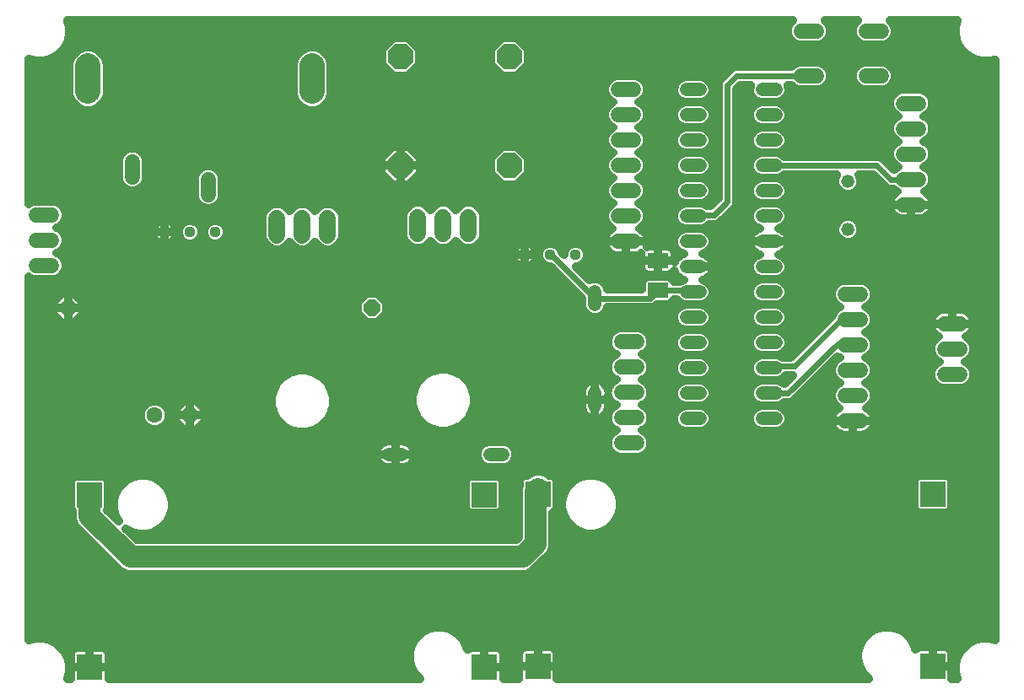
<source format=gbl>
G75*
%MOIN*%
%OFA0B0*%
%FSLAX25Y25*%
%IPPOS*%
%LPD*%
%AMOC8*
5,1,8,0,0,1.08239X$1,22.5*
%
%ADD10OC8,0.10000*%
%ADD11OC8,0.06300*%
%ADD12C,0.06300*%
%ADD13R,0.07874X0.05906*%
%ADD14C,0.05200*%
%ADD15C,0.04400*%
%ADD16C,0.06600*%
%ADD17OC8,0.06496*%
%ADD18C,0.06000*%
%ADD19C,0.10000*%
%ADD20C,0.05200*%
%ADD21R,0.09843X0.09843*%
%ADD22C,0.02400*%
%ADD23R,0.03962X0.03962*%
%ADD24C,0.03200*%
%ADD25C,0.08600*%
D10*
X0158558Y0216678D03*
X0201558Y0216678D03*
X0201558Y0259678D03*
X0158558Y0259678D03*
D11*
X0075432Y0118050D03*
D12*
X0061432Y0118050D03*
D13*
X0260292Y0167344D03*
X0260292Y0179155D03*
D14*
X0271664Y0176694D02*
X0276864Y0176694D01*
X0276864Y0186694D02*
X0271664Y0186694D01*
X0271664Y0196694D02*
X0276864Y0196694D01*
X0276864Y0206694D02*
X0271664Y0206694D01*
X0271664Y0216694D02*
X0276864Y0216694D01*
X0276864Y0226694D02*
X0271664Y0226694D01*
X0271664Y0236694D02*
X0276864Y0236694D01*
X0276864Y0246694D02*
X0271664Y0246694D01*
X0301664Y0246694D02*
X0306864Y0246694D01*
X0306864Y0236694D02*
X0301664Y0236694D01*
X0301664Y0226694D02*
X0306864Y0226694D01*
X0306864Y0216694D02*
X0301664Y0216694D01*
X0301664Y0206694D02*
X0306864Y0206694D01*
X0306864Y0196694D02*
X0301664Y0196694D01*
X0301664Y0186694D02*
X0306864Y0186694D01*
X0306864Y0176694D02*
X0301664Y0176694D01*
X0301664Y0166694D02*
X0306864Y0166694D01*
X0306864Y0156694D02*
X0301664Y0156694D01*
X0301664Y0146694D02*
X0306864Y0146694D01*
X0306864Y0136694D02*
X0301664Y0136694D01*
X0301664Y0126694D02*
X0306864Y0126694D01*
X0306864Y0116694D02*
X0301664Y0116694D01*
X0276864Y0116694D02*
X0271664Y0116694D01*
X0271664Y0126694D02*
X0276864Y0126694D01*
X0276864Y0136694D02*
X0271664Y0136694D01*
X0271664Y0146694D02*
X0276864Y0146694D01*
X0276864Y0156694D02*
X0271664Y0156694D01*
X0271664Y0166694D02*
X0276864Y0166694D01*
X0235396Y0166898D02*
X0235396Y0161698D01*
X0235396Y0126898D02*
X0235396Y0121698D01*
X0199101Y0102554D02*
X0193901Y0102554D01*
X0159101Y0102554D02*
X0153901Y0102554D01*
D15*
X0207764Y0181402D03*
X0217764Y0181402D03*
X0227764Y0181402D03*
X0085377Y0190403D03*
X0075377Y0190403D03*
X0065377Y0190403D03*
D16*
X0109766Y0189288D02*
X0109766Y0195888D01*
X0119766Y0195888D02*
X0119766Y0189288D01*
X0129766Y0189288D02*
X0129766Y0195888D01*
X0165435Y0196321D02*
X0165435Y0189721D01*
X0175435Y0189721D02*
X0175435Y0196321D01*
X0185435Y0196321D02*
X0185435Y0189721D01*
D17*
X0147179Y0160410D03*
X0027179Y0160410D03*
D18*
X0020718Y0177234D02*
X0014718Y0177234D01*
X0014718Y0187234D02*
X0020718Y0187234D01*
X0020718Y0197234D02*
X0014718Y0197234D01*
X0052600Y0212261D02*
X0052600Y0218261D01*
X0082600Y0211261D02*
X0082600Y0205261D01*
X0244699Y0206734D02*
X0250699Y0206734D01*
X0250699Y0196734D02*
X0244699Y0196734D01*
X0244699Y0186734D02*
X0250699Y0186734D01*
X0250699Y0216734D02*
X0244699Y0216734D01*
X0244699Y0226734D02*
X0250699Y0226734D01*
X0250699Y0236734D02*
X0244699Y0236734D01*
X0244699Y0246734D02*
X0250699Y0246734D01*
X0316925Y0252088D02*
X0322925Y0252088D01*
X0342525Y0252088D02*
X0348525Y0252088D01*
X0357356Y0241289D02*
X0363356Y0241289D01*
X0363356Y0231289D02*
X0357356Y0231289D01*
X0357356Y0221289D02*
X0363356Y0221289D01*
X0363356Y0211289D02*
X0357356Y0211289D01*
X0357356Y0201289D02*
X0363356Y0201289D01*
X0340358Y0165890D02*
X0334358Y0165890D01*
X0334358Y0155890D02*
X0340358Y0155890D01*
X0340358Y0145890D02*
X0334358Y0145890D01*
X0334358Y0135890D02*
X0340358Y0135890D01*
X0340358Y0125890D02*
X0334358Y0125890D01*
X0334358Y0115890D02*
X0340358Y0115890D01*
X0373616Y0134241D02*
X0379616Y0134241D01*
X0379616Y0144241D02*
X0373616Y0144241D01*
X0373616Y0154241D02*
X0379616Y0154241D01*
X0251899Y0147037D02*
X0245899Y0147037D01*
X0245899Y0137037D02*
X0251899Y0137037D01*
X0251899Y0127037D02*
X0245899Y0127037D01*
X0245899Y0117037D02*
X0251899Y0117037D01*
X0251899Y0107037D02*
X0245899Y0107037D01*
X0316925Y0269888D02*
X0322925Y0269888D01*
X0342525Y0269888D02*
X0348525Y0269888D01*
D19*
X0123650Y0256013D02*
X0123650Y0246013D01*
X0035050Y0246013D02*
X0035050Y0256013D01*
D20*
X0335388Y0210445D03*
X0335388Y0191445D03*
D21*
X0368868Y0086824D03*
X0368868Y0018824D03*
X0212868Y0018824D03*
X0191702Y0018667D03*
X0191702Y0086667D03*
X0212868Y0086824D03*
X0035702Y0086667D03*
X0035702Y0018667D03*
D22*
X0218292Y0181402D02*
X0235396Y0164298D01*
X0257246Y0164298D01*
X0260292Y0167344D01*
X0273613Y0167344D01*
X0274264Y0166694D01*
X0274264Y0196694D02*
X0274685Y0197115D01*
X0282521Y0197115D01*
X0287757Y0202352D01*
X0287757Y0248415D01*
X0291431Y0252088D01*
X0319925Y0252088D01*
X0304264Y0216694D02*
X0346683Y0216694D01*
X0352206Y0211171D01*
X0360238Y0211171D01*
X0360356Y0211289D01*
X0337358Y0155890D02*
X0332713Y0155890D01*
X0314175Y0137352D01*
X0304921Y0137352D01*
X0304264Y0136694D01*
X0304264Y0126694D02*
X0311588Y0126694D01*
X0331143Y0146249D01*
X0336999Y0146249D01*
X0337358Y0145890D01*
X0218292Y0181402D02*
X0217764Y0181402D01*
D23*
X0244433Y0174990D03*
X0200575Y0127471D03*
X0219118Y0098337D03*
X0240890Y0099045D03*
X0176914Y0075778D03*
X0155693Y0090108D03*
X0144473Y0101093D03*
X0148331Y0110856D03*
X0085418Y0118415D03*
X0076559Y0129045D03*
X0076796Y0106959D03*
X0038370Y0104872D03*
X0019040Y0088849D03*
X0034040Y0062746D03*
X0036678Y0036801D03*
X0049827Y0027667D03*
X0047189Y0017589D03*
X0186559Y0029872D03*
X0191559Y0036683D03*
X0201992Y0030896D03*
X0201796Y0021723D03*
X0221599Y0029754D03*
X0213922Y0040108D03*
X0227701Y0017352D03*
X0311441Y0073770D03*
X0368922Y0035581D03*
X0375654Y0031919D03*
X0362347Y0030935D03*
X0381599Y0086211D03*
X0356205Y0115620D03*
X0363961Y0156289D03*
X0367465Y0167038D03*
X0376012Y0167128D03*
X0354197Y0175187D03*
X0347479Y0181189D03*
X0341999Y0175621D03*
X0331087Y0176368D03*
X0324000Y0184242D03*
X0348252Y0194793D03*
X0349626Y0204564D03*
X0316441Y0156329D03*
X0200811Y0244557D03*
X0141559Y0216683D03*
X0035103Y0133101D03*
X0275181Y0259833D03*
D24*
X0027649Y0016376D02*
X0026932Y0013700D01*
X0028181Y0013700D01*
X0028181Y0018667D01*
X0035702Y0018667D01*
X0035702Y0026188D01*
X0030525Y0026188D01*
X0030023Y0026088D01*
X0029550Y0025892D01*
X0029124Y0025607D01*
X0028762Y0025245D01*
X0028477Y0024819D01*
X0028281Y0024346D01*
X0028181Y0023844D01*
X0028181Y0018667D01*
X0035702Y0018667D01*
X0035702Y0018667D01*
X0035702Y0018667D01*
X0035702Y0026188D01*
X0040880Y0026188D01*
X0041382Y0026088D01*
X0041855Y0025892D01*
X0042281Y0025607D01*
X0042643Y0025245D01*
X0042928Y0024819D01*
X0043124Y0024346D01*
X0043224Y0023844D01*
X0043224Y0018667D01*
X0035702Y0018667D01*
X0035702Y0018667D01*
X0043224Y0018667D01*
X0043224Y0013700D01*
X0166398Y0013700D01*
X0164496Y0015602D01*
X0162981Y0018226D01*
X0162197Y0021152D01*
X0162197Y0024181D01*
X0162981Y0027108D01*
X0164496Y0029731D01*
X0166638Y0031873D01*
X0169261Y0033388D01*
X0172188Y0034172D01*
X0175217Y0034172D01*
X0178143Y0033388D01*
X0180767Y0031873D01*
X0182909Y0029731D01*
X0184424Y0027108D01*
X0184889Y0025372D01*
X0185124Y0025607D01*
X0185550Y0025892D01*
X0186023Y0026088D01*
X0186525Y0026188D01*
X0191702Y0026188D01*
X0191702Y0018667D01*
X0191702Y0018667D01*
X0191702Y0026188D01*
X0196880Y0026188D01*
X0197382Y0026088D01*
X0197855Y0025892D01*
X0198281Y0025607D01*
X0198643Y0025245D01*
X0198928Y0024819D01*
X0199124Y0024346D01*
X0199224Y0023844D01*
X0199224Y0018667D01*
X0191702Y0018667D01*
X0191702Y0018667D01*
X0199224Y0018667D01*
X0199224Y0013700D01*
X0205346Y0013700D01*
X0205346Y0018824D01*
X0212868Y0018824D01*
X0212868Y0018824D01*
X0220389Y0018824D01*
X0220389Y0013700D01*
X0343721Y0013700D01*
X0341661Y0015760D01*
X0340146Y0018383D01*
X0339362Y0021309D01*
X0339362Y0024339D01*
X0340146Y0027265D01*
X0341661Y0029889D01*
X0343803Y0032031D01*
X0346427Y0033546D01*
X0349353Y0034330D01*
X0352382Y0034330D01*
X0355309Y0033546D01*
X0357932Y0032031D01*
X0360074Y0029889D01*
X0361589Y0027265D01*
X0362054Y0025530D01*
X0362289Y0025765D01*
X0362715Y0026049D01*
X0363188Y0026245D01*
X0363690Y0026345D01*
X0368868Y0026345D01*
X0368868Y0018824D01*
X0368868Y0018824D01*
X0376389Y0018824D01*
X0376389Y0013700D01*
X0378583Y0013700D01*
X0377866Y0016376D01*
X0377866Y0019509D01*
X0378677Y0022535D01*
X0380244Y0025249D01*
X0382459Y0027464D01*
X0385172Y0029031D01*
X0388199Y0029841D01*
X0391332Y0029841D01*
X0393614Y0029230D01*
X0393614Y0258623D01*
X0391332Y0258012D01*
X0388199Y0258012D01*
X0385172Y0258822D01*
X0382459Y0260389D01*
X0380244Y0262604D01*
X0378677Y0265318D01*
X0377866Y0268344D01*
X0377866Y0271477D01*
X0378583Y0274153D01*
X0351897Y0274153D01*
X0353103Y0272947D01*
X0353925Y0270962D01*
X0353925Y0268814D01*
X0353103Y0266829D01*
X0351584Y0265310D01*
X0349599Y0264488D01*
X0341451Y0264488D01*
X0339466Y0265310D01*
X0337947Y0266829D01*
X0337125Y0268814D01*
X0337125Y0270962D01*
X0337947Y0272947D01*
X0339153Y0274153D01*
X0326297Y0274153D01*
X0327503Y0272947D01*
X0328325Y0270962D01*
X0328325Y0268814D01*
X0327503Y0266829D01*
X0325984Y0265310D01*
X0323999Y0264488D01*
X0315851Y0264488D01*
X0313866Y0265310D01*
X0312347Y0266829D01*
X0311525Y0268814D01*
X0311525Y0270962D01*
X0312347Y0272947D01*
X0313553Y0274153D01*
X0026932Y0274153D01*
X0027649Y0271477D01*
X0027649Y0268344D01*
X0026838Y0265318D01*
X0025271Y0262604D01*
X0023056Y0260389D01*
X0020343Y0258822D01*
X0017316Y0258012D01*
X0014183Y0258012D01*
X0011507Y0258729D01*
X0011507Y0201659D01*
X0011659Y0201811D01*
X0013644Y0202634D01*
X0021792Y0202634D01*
X0023777Y0201811D01*
X0025296Y0200292D01*
X0026118Y0198308D01*
X0026118Y0196159D01*
X0025296Y0194175D01*
X0023777Y0192656D01*
X0022758Y0192234D01*
X0023777Y0191811D01*
X0025296Y0190292D01*
X0026118Y0188308D01*
X0026118Y0186159D01*
X0025296Y0184175D01*
X0023777Y0182656D01*
X0022758Y0182234D01*
X0023777Y0181811D01*
X0025296Y0180292D01*
X0026118Y0178308D01*
X0026118Y0176159D01*
X0025296Y0174175D01*
X0023777Y0172656D01*
X0021792Y0171834D01*
X0013644Y0171834D01*
X0011659Y0172656D01*
X0011507Y0172808D01*
X0011507Y0029124D01*
X0014183Y0029841D01*
X0017316Y0029841D01*
X0020343Y0029031D01*
X0023056Y0027464D01*
X0025271Y0025249D01*
X0026838Y0022535D01*
X0027649Y0019509D01*
X0027649Y0016376D01*
X0027649Y0017695D02*
X0028181Y0017695D01*
X0028181Y0014497D02*
X0027145Y0014497D01*
X0027278Y0020894D02*
X0028181Y0020894D01*
X0028230Y0024092D02*
X0025939Y0024092D01*
X0023229Y0027291D02*
X0163087Y0027291D01*
X0162197Y0024092D02*
X0043174Y0024092D01*
X0043224Y0020894D02*
X0162266Y0020894D01*
X0163287Y0017695D02*
X0043224Y0017695D01*
X0043224Y0014497D02*
X0165601Y0014497D01*
X0165254Y0030489D02*
X0011507Y0030489D01*
X0011507Y0033688D02*
X0170380Y0033688D01*
X0177025Y0033688D02*
X0346958Y0033688D01*
X0342262Y0030489D02*
X0182151Y0030489D01*
X0184318Y0027291D02*
X0340161Y0027291D01*
X0339362Y0024092D02*
X0220371Y0024092D01*
X0220389Y0024001D02*
X0220289Y0024504D01*
X0220093Y0024977D01*
X0219809Y0025403D01*
X0219446Y0025765D01*
X0219021Y0026049D01*
X0218547Y0026245D01*
X0218045Y0026345D01*
X0212868Y0026345D01*
X0212868Y0018824D01*
X0220389Y0018824D01*
X0220389Y0024001D01*
X0220389Y0020894D02*
X0339474Y0020894D01*
X0340543Y0017695D02*
X0220389Y0017695D01*
X0220389Y0014497D02*
X0342924Y0014497D01*
X0361574Y0027291D02*
X0382286Y0027291D01*
X0379576Y0024092D02*
X0376371Y0024092D01*
X0376389Y0024001D02*
X0376289Y0024504D01*
X0376093Y0024977D01*
X0375809Y0025403D01*
X0375446Y0025765D01*
X0375021Y0026049D01*
X0374547Y0026245D01*
X0374045Y0026345D01*
X0368868Y0026345D01*
X0368868Y0018824D01*
X0376389Y0018824D01*
X0376389Y0024001D01*
X0376389Y0020894D02*
X0378237Y0020894D01*
X0377866Y0017695D02*
X0376389Y0017695D01*
X0376389Y0014497D02*
X0378370Y0014497D01*
X0368868Y0018824D02*
X0368868Y0018824D01*
X0368868Y0020894D02*
X0368868Y0020894D01*
X0368868Y0024092D02*
X0368868Y0024092D01*
X0359474Y0030489D02*
X0393614Y0030489D01*
X0393614Y0033688D02*
X0354778Y0033688D01*
X0393614Y0036886D02*
X0011507Y0036886D01*
X0011507Y0040085D02*
X0393614Y0040085D01*
X0393614Y0043283D02*
X0011507Y0043283D01*
X0011507Y0046482D02*
X0393614Y0046482D01*
X0393614Y0049680D02*
X0011507Y0049680D01*
X0011507Y0052879D02*
X0393614Y0052879D01*
X0393614Y0056077D02*
X0210012Y0056077D01*
X0210687Y0056357D02*
X0208224Y0055337D01*
X0050441Y0055337D01*
X0047978Y0056357D01*
X0046093Y0058241D01*
X0030022Y0074312D01*
X0029002Y0076775D01*
X0029002Y0080130D01*
X0028746Y0080386D01*
X0028381Y0081268D01*
X0028381Y0092065D01*
X0028746Y0092947D01*
X0029422Y0093623D01*
X0030304Y0093988D01*
X0041101Y0093988D01*
X0041983Y0093623D01*
X0042658Y0092947D01*
X0043024Y0092065D01*
X0043024Y0081268D01*
X0042729Y0080556D01*
X0047240Y0076045D01*
X0045981Y0078226D01*
X0045197Y0081152D01*
X0045197Y0084181D01*
X0045981Y0087108D01*
X0047496Y0089731D01*
X0049638Y0091873D01*
X0052261Y0093388D01*
X0055188Y0094172D01*
X0058217Y0094172D01*
X0061143Y0093388D01*
X0063767Y0091873D01*
X0065909Y0089731D01*
X0067424Y0087108D01*
X0068208Y0084181D01*
X0068208Y0081152D01*
X0067424Y0078226D01*
X0065909Y0075602D01*
X0063767Y0073460D01*
X0061143Y0071945D01*
X0058217Y0071161D01*
X0055188Y0071161D01*
X0052261Y0071945D01*
X0050081Y0073204D01*
X0054548Y0068737D01*
X0204116Y0068737D01*
X0205191Y0069812D01*
X0205191Y0089236D01*
X0205546Y0090093D01*
X0205546Y0092223D01*
X0205912Y0093105D01*
X0206587Y0093780D01*
X0207469Y0094145D01*
X0208659Y0094145D01*
X0209198Y0094685D01*
X0211661Y0095705D01*
X0214326Y0095705D01*
X0216789Y0094685D01*
X0217329Y0094145D01*
X0218266Y0094145D01*
X0219148Y0093780D01*
X0219824Y0093105D01*
X0220189Y0092223D01*
X0220189Y0081425D01*
X0219824Y0080543D01*
X0219148Y0079868D01*
X0218591Y0079637D01*
X0218591Y0065704D01*
X0217571Y0063241D01*
X0215687Y0061357D01*
X0210687Y0056357D01*
X0213606Y0059276D02*
X0393614Y0059276D01*
X0393614Y0062474D02*
X0216804Y0062474D01*
X0218578Y0065673D02*
X0393614Y0065673D01*
X0393614Y0068871D02*
X0218591Y0068871D01*
X0218591Y0072070D02*
X0229549Y0072070D01*
X0229427Y0072103D02*
X0232353Y0071319D01*
X0235382Y0071319D01*
X0238309Y0072103D01*
X0240932Y0073617D01*
X0243074Y0075760D01*
X0244589Y0078383D01*
X0245373Y0081309D01*
X0245373Y0084339D01*
X0244589Y0087265D01*
X0243074Y0089889D01*
X0240932Y0092031D01*
X0238309Y0093546D01*
X0235382Y0094330D01*
X0232353Y0094330D01*
X0229427Y0093546D01*
X0226803Y0092031D01*
X0224661Y0089889D01*
X0223146Y0087265D01*
X0222362Y0084339D01*
X0222362Y0081309D01*
X0223146Y0078383D01*
X0224661Y0075760D01*
X0226803Y0073617D01*
X0229427Y0072103D01*
X0225152Y0075268D02*
X0218591Y0075268D01*
X0218591Y0078467D02*
X0223124Y0078467D01*
X0222362Y0081665D02*
X0220189Y0081665D01*
X0220189Y0084864D02*
X0222503Y0084864D01*
X0223607Y0088063D02*
X0220189Y0088063D01*
X0220189Y0091261D02*
X0226033Y0091261D01*
X0217015Y0094460D02*
X0393614Y0094460D01*
X0393614Y0097658D02*
X0200347Y0097658D01*
X0200095Y0097554D02*
X0201933Y0098315D01*
X0203340Y0099722D01*
X0204101Y0101559D01*
X0204101Y0103548D01*
X0203340Y0105386D01*
X0201933Y0106793D01*
X0200095Y0107554D01*
X0192906Y0107554D01*
X0191068Y0106793D01*
X0189662Y0105386D01*
X0188901Y0103548D01*
X0188901Y0101559D01*
X0189662Y0099722D01*
X0191068Y0098315D01*
X0192906Y0097554D01*
X0200095Y0097554D01*
X0197983Y0093623D02*
X0197101Y0093988D01*
X0186304Y0093988D01*
X0185422Y0093623D01*
X0184746Y0092947D01*
X0184381Y0092065D01*
X0184381Y0081268D01*
X0184746Y0080386D01*
X0185422Y0079711D01*
X0186304Y0079345D01*
X0197101Y0079345D01*
X0197983Y0079711D01*
X0198658Y0080386D01*
X0199024Y0081268D01*
X0199024Y0092065D01*
X0198658Y0092947D01*
X0197983Y0093623D01*
X0199024Y0091261D02*
X0205546Y0091261D01*
X0205191Y0088063D02*
X0199024Y0088063D01*
X0199024Y0084864D02*
X0205191Y0084864D01*
X0205191Y0081665D02*
X0199024Y0081665D01*
X0205191Y0078467D02*
X0067488Y0078467D01*
X0068208Y0081665D02*
X0184381Y0081665D01*
X0184381Y0084864D02*
X0068025Y0084864D01*
X0066872Y0088063D02*
X0184381Y0088063D01*
X0184381Y0091261D02*
X0064379Y0091261D01*
X0049025Y0091261D02*
X0043024Y0091261D01*
X0043024Y0088063D02*
X0046532Y0088063D01*
X0045380Y0084864D02*
X0043024Y0084864D01*
X0043024Y0081665D02*
X0045197Y0081665D01*
X0044818Y0078467D02*
X0045916Y0078467D01*
X0051215Y0072070D02*
X0052045Y0072070D01*
X0054414Y0068871D02*
X0204251Y0068871D01*
X0205191Y0072070D02*
X0061359Y0072070D01*
X0065575Y0075268D02*
X0205191Y0075268D01*
X0208973Y0094460D02*
X0011507Y0094460D01*
X0011507Y0097658D02*
X0152141Y0097658D01*
X0151905Y0097735D02*
X0152683Y0097482D01*
X0153491Y0097354D01*
X0156501Y0097354D01*
X0159510Y0097354D01*
X0160318Y0097482D01*
X0161097Y0097735D01*
X0161826Y0098106D01*
X0162488Y0098588D01*
X0163067Y0099166D01*
X0163548Y0099828D01*
X0163920Y0100558D01*
X0164173Y0101336D01*
X0164301Y0102145D01*
X0164301Y0102554D01*
X0164301Y0102963D01*
X0164173Y0103772D01*
X0163920Y0104550D01*
X0163548Y0105279D01*
X0163067Y0105941D01*
X0162488Y0106520D01*
X0161826Y0107001D01*
X0161097Y0107373D01*
X0160318Y0107626D01*
X0159510Y0107754D01*
X0156501Y0107754D01*
X0156501Y0102554D01*
X0164301Y0102554D01*
X0156501Y0102554D01*
X0156501Y0102554D01*
X0156501Y0102554D01*
X0156501Y0107754D01*
X0153491Y0107754D01*
X0152683Y0107626D01*
X0151905Y0107373D01*
X0151175Y0107001D01*
X0150513Y0106520D01*
X0149934Y0105941D01*
X0149453Y0105279D01*
X0149082Y0104550D01*
X0148829Y0103772D01*
X0148701Y0102963D01*
X0148701Y0102554D01*
X0156501Y0102554D01*
X0156501Y0097354D01*
X0156501Y0102554D01*
X0156501Y0102554D01*
X0156501Y0102554D01*
X0148701Y0102554D01*
X0148701Y0102145D01*
X0148829Y0101336D01*
X0149082Y0100558D01*
X0149453Y0099828D01*
X0149934Y0099166D01*
X0150513Y0098588D01*
X0151175Y0098106D01*
X0151905Y0097735D01*
X0148985Y0100857D02*
X0011507Y0100857D01*
X0011507Y0104055D02*
X0148921Y0104055D01*
X0151670Y0107254D02*
X0011507Y0107254D01*
X0011507Y0110452D02*
X0241678Y0110452D01*
X0241321Y0110096D02*
X0240499Y0108111D01*
X0240499Y0105963D01*
X0241321Y0103978D01*
X0242840Y0102459D01*
X0244825Y0101637D01*
X0252973Y0101637D01*
X0254958Y0102459D01*
X0256477Y0103978D01*
X0257299Y0105963D01*
X0257299Y0108111D01*
X0256477Y0110096D01*
X0254958Y0111615D01*
X0253939Y0112037D01*
X0254958Y0112459D01*
X0256477Y0113978D01*
X0257299Y0115963D01*
X0257299Y0118111D01*
X0256477Y0120096D01*
X0254958Y0121615D01*
X0253939Y0122037D01*
X0254958Y0122459D01*
X0256477Y0123978D01*
X0257299Y0125963D01*
X0257299Y0128111D01*
X0256477Y0130096D01*
X0254958Y0131615D01*
X0253939Y0132037D01*
X0254958Y0132459D01*
X0256477Y0133978D01*
X0257299Y0135963D01*
X0257299Y0138111D01*
X0256477Y0140096D01*
X0254958Y0141615D01*
X0253939Y0142037D01*
X0254958Y0142459D01*
X0256477Y0143978D01*
X0257299Y0145963D01*
X0257299Y0148111D01*
X0256477Y0150096D01*
X0254958Y0151615D01*
X0252973Y0152437D01*
X0244825Y0152437D01*
X0242840Y0151615D01*
X0241321Y0150096D01*
X0240499Y0148111D01*
X0240499Y0145963D01*
X0241321Y0143978D01*
X0242840Y0142459D01*
X0243859Y0142037D01*
X0242840Y0141615D01*
X0241321Y0140096D01*
X0240499Y0138111D01*
X0240499Y0135963D01*
X0241321Y0133978D01*
X0242840Y0132459D01*
X0243859Y0132037D01*
X0242840Y0131615D01*
X0241321Y0130096D01*
X0240499Y0128111D01*
X0240499Y0127918D01*
X0240468Y0128115D01*
X0240215Y0128894D01*
X0239843Y0129623D01*
X0239362Y0130285D01*
X0238784Y0130864D01*
X0238121Y0131345D01*
X0237392Y0131717D01*
X0236614Y0131970D01*
X0235805Y0132098D01*
X0235396Y0132098D01*
X0234987Y0132098D01*
X0234178Y0131970D01*
X0233400Y0131717D01*
X0232671Y0131345D01*
X0232008Y0130864D01*
X0231430Y0130285D01*
X0230949Y0129623D01*
X0230577Y0128894D01*
X0230324Y0128115D01*
X0230196Y0127307D01*
X0230196Y0124298D01*
X0235396Y0124298D01*
X0235396Y0132098D01*
X0235396Y0124298D01*
X0235396Y0124298D01*
X0235396Y0124298D01*
X0240596Y0124298D01*
X0240596Y0125729D01*
X0241321Y0123978D01*
X0242840Y0122459D01*
X0243859Y0122037D01*
X0242840Y0121615D01*
X0241321Y0120096D01*
X0240499Y0118111D01*
X0240499Y0115963D01*
X0241321Y0113978D01*
X0242840Y0112459D01*
X0243859Y0112037D01*
X0242840Y0111615D01*
X0241321Y0110096D01*
X0240499Y0107254D02*
X0200820Y0107254D01*
X0203891Y0104055D02*
X0241289Y0104055D01*
X0241649Y0113651D02*
X0181673Y0113651D01*
X0182865Y0114339D02*
X0180105Y0112746D01*
X0177028Y0111921D01*
X0173842Y0111921D01*
X0170765Y0112746D01*
X0168005Y0114339D01*
X0165753Y0116591D01*
X0164160Y0119351D01*
X0163335Y0122428D01*
X0163335Y0125614D01*
X0164160Y0128691D01*
X0165753Y0131451D01*
X0168005Y0133703D01*
X0170765Y0135296D01*
X0173842Y0136121D01*
X0177028Y0136121D01*
X0180105Y0135296D01*
X0182865Y0133703D01*
X0185117Y0131451D01*
X0186710Y0128691D01*
X0187535Y0125614D01*
X0187535Y0122428D01*
X0186710Y0119351D01*
X0185117Y0116591D01*
X0182865Y0114339D01*
X0185266Y0116849D02*
X0233491Y0116849D01*
X0233400Y0116879D02*
X0234178Y0116626D01*
X0234987Y0116498D01*
X0235396Y0116498D01*
X0235396Y0124298D01*
X0235396Y0124298D01*
X0230196Y0124298D01*
X0230196Y0121289D01*
X0230324Y0120480D01*
X0230577Y0119702D01*
X0230949Y0118972D01*
X0231430Y0118310D01*
X0232008Y0117731D01*
X0232671Y0117250D01*
X0233400Y0116879D01*
X0235396Y0116849D02*
X0235396Y0116849D01*
X0235396Y0116498D02*
X0235805Y0116498D01*
X0236614Y0116626D01*
X0237392Y0116879D01*
X0238121Y0117250D01*
X0238784Y0117731D01*
X0239362Y0118310D01*
X0239843Y0118972D01*
X0240215Y0119702D01*
X0240468Y0120480D01*
X0240596Y0121289D01*
X0240596Y0124298D01*
X0235396Y0124298D01*
X0235396Y0124298D01*
X0235396Y0116498D01*
X0237301Y0116849D02*
X0240499Y0116849D01*
X0240327Y0120048D02*
X0241301Y0120048D01*
X0240596Y0123246D02*
X0242053Y0123246D01*
X0235396Y0123246D02*
X0235396Y0123246D01*
X0235396Y0120048D02*
X0235396Y0120048D01*
X0230465Y0120048D02*
X0186897Y0120048D01*
X0187535Y0123246D02*
X0230196Y0123246D01*
X0230196Y0126445D02*
X0187312Y0126445D01*
X0186161Y0129643D02*
X0230963Y0129643D01*
X0235396Y0129643D02*
X0235396Y0129643D01*
X0239829Y0129643D02*
X0241134Y0129643D01*
X0242458Y0132842D02*
X0183726Y0132842D01*
X0177330Y0136040D02*
X0240499Y0136040D01*
X0240966Y0139239D02*
X0011507Y0139239D01*
X0011507Y0142437D02*
X0242893Y0142437D01*
X0240635Y0145636D02*
X0011507Y0145636D01*
X0011507Y0148834D02*
X0240799Y0148834D01*
X0243850Y0152033D02*
X0011507Y0152033D01*
X0011507Y0155231D02*
X0024087Y0155231D01*
X0024756Y0154562D02*
X0021331Y0157987D01*
X0021331Y0160410D01*
X0027178Y0160410D01*
X0027178Y0160410D01*
X0027179Y0160410D02*
X0027179Y0166258D01*
X0029601Y0166258D01*
X0033027Y0162832D01*
X0033027Y0160410D01*
X0027179Y0160410D01*
X0027179Y0160410D01*
X0027179Y0160410D01*
X0027179Y0166258D01*
X0024756Y0166258D01*
X0021331Y0162832D01*
X0021331Y0160410D01*
X0027178Y0160410D01*
X0027179Y0160410D02*
X0027179Y0160410D01*
X0033027Y0160410D01*
X0033027Y0157987D01*
X0029601Y0154562D01*
X0027179Y0154562D01*
X0027179Y0160410D01*
X0027179Y0154562D01*
X0024756Y0154562D01*
X0027179Y0155231D02*
X0027179Y0155231D01*
X0030271Y0155231D02*
X0144370Y0155231D01*
X0144839Y0154762D02*
X0149518Y0154762D01*
X0152827Y0158070D01*
X0152827Y0162749D01*
X0149518Y0166058D01*
X0144839Y0166058D01*
X0141531Y0162749D01*
X0141531Y0158070D01*
X0144839Y0154762D01*
X0141531Y0158430D02*
X0033027Y0158430D01*
X0033027Y0161628D02*
X0141531Y0161628D01*
X0143608Y0164827D02*
X0031032Y0164827D01*
X0027179Y0164827D02*
X0027179Y0164827D01*
X0027179Y0161628D02*
X0027179Y0161628D01*
X0027179Y0158430D02*
X0027179Y0158430D01*
X0021331Y0158430D02*
X0011507Y0158430D01*
X0011507Y0161628D02*
X0021331Y0161628D01*
X0023325Y0164827D02*
X0011507Y0164827D01*
X0011507Y0168025D02*
X0226577Y0168025D01*
X0223379Y0171224D02*
X0011507Y0171224D01*
X0025399Y0174422D02*
X0220180Y0174422D01*
X0217801Y0176802D02*
X0230396Y0164207D01*
X0230396Y0160703D01*
X0231157Y0158866D01*
X0232564Y0157459D01*
X0234401Y0156698D01*
X0236391Y0156698D01*
X0238228Y0157459D01*
X0239635Y0158866D01*
X0240394Y0160698D01*
X0257962Y0160698D01*
X0259285Y0161246D01*
X0260031Y0161992D01*
X0264707Y0161992D01*
X0265589Y0162357D01*
X0266264Y0163032D01*
X0266559Y0163744D01*
X0267542Y0163744D01*
X0268831Y0162455D01*
X0270669Y0161694D01*
X0277858Y0161694D01*
X0279696Y0162455D01*
X0281102Y0163862D01*
X0281864Y0165699D01*
X0281864Y0167688D01*
X0281102Y0169526D01*
X0279696Y0170933D01*
X0278045Y0171616D01*
X0278081Y0171622D01*
X0278860Y0171875D01*
X0279589Y0172246D01*
X0280251Y0172728D01*
X0280830Y0173306D01*
X0281311Y0173969D01*
X0281683Y0174698D01*
X0281935Y0175476D01*
X0282064Y0176285D01*
X0282064Y0176694D01*
X0282064Y0177103D01*
X0281935Y0177912D01*
X0281683Y0178690D01*
X0281311Y0179419D01*
X0280830Y0180081D01*
X0280251Y0180660D01*
X0279589Y0181141D01*
X0278860Y0181513D01*
X0278081Y0181766D01*
X0278045Y0181772D01*
X0279696Y0182455D01*
X0281102Y0183862D01*
X0281864Y0185699D01*
X0281864Y0187688D01*
X0281102Y0189526D01*
X0279696Y0190933D01*
X0277858Y0191694D01*
X0279696Y0192455D01*
X0280756Y0193515D01*
X0283237Y0193515D01*
X0284560Y0194064D01*
X0285573Y0195076D01*
X0290809Y0200312D01*
X0291357Y0201636D01*
X0291357Y0246924D01*
X0292922Y0248488D01*
X0296995Y0248488D01*
X0296664Y0247688D01*
X0296664Y0245699D01*
X0297425Y0243862D01*
X0298831Y0242455D01*
X0300669Y0241694D01*
X0307858Y0241694D01*
X0309696Y0242455D01*
X0311102Y0243862D01*
X0311864Y0245699D01*
X0311864Y0247688D01*
X0311532Y0248488D01*
X0312888Y0248488D01*
X0313866Y0247510D01*
X0315851Y0246688D01*
X0323999Y0246688D01*
X0325984Y0247510D01*
X0327503Y0249029D01*
X0328325Y0251014D01*
X0328325Y0253162D01*
X0327503Y0255147D01*
X0325984Y0256666D01*
X0323999Y0257488D01*
X0315851Y0257488D01*
X0313866Y0256666D01*
X0312888Y0255688D01*
X0290715Y0255688D01*
X0289392Y0255140D01*
X0285718Y0251467D01*
X0284706Y0250454D01*
X0284157Y0249131D01*
X0284157Y0203843D01*
X0281030Y0200715D01*
X0279913Y0200715D01*
X0279696Y0200933D01*
X0277858Y0201694D01*
X0279696Y0202455D01*
X0281102Y0203862D01*
X0281864Y0205699D01*
X0281864Y0207688D01*
X0281102Y0209526D01*
X0279696Y0210933D01*
X0277858Y0211694D01*
X0279696Y0212455D01*
X0281102Y0213862D01*
X0281864Y0215699D01*
X0281864Y0217688D01*
X0281102Y0219526D01*
X0279696Y0220933D01*
X0277858Y0221694D01*
X0279696Y0222455D01*
X0281102Y0223862D01*
X0281864Y0225699D01*
X0281864Y0227688D01*
X0281102Y0229526D01*
X0279696Y0230933D01*
X0277858Y0231694D01*
X0279696Y0232455D01*
X0281102Y0233862D01*
X0281864Y0235699D01*
X0281864Y0237688D01*
X0281102Y0239526D01*
X0279696Y0240933D01*
X0277858Y0241694D01*
X0279696Y0242455D01*
X0281102Y0243862D01*
X0281864Y0245699D01*
X0281864Y0247688D01*
X0281102Y0249526D01*
X0279696Y0250933D01*
X0277858Y0251694D01*
X0270669Y0251694D01*
X0268831Y0250933D01*
X0267425Y0249526D01*
X0266664Y0247688D01*
X0266664Y0245699D01*
X0267425Y0243862D01*
X0268831Y0242455D01*
X0270669Y0241694D01*
X0277858Y0241694D01*
X0270669Y0241694D01*
X0268831Y0240933D01*
X0267425Y0239526D01*
X0266664Y0237688D01*
X0266664Y0235699D01*
X0267425Y0233862D01*
X0268831Y0232455D01*
X0270669Y0231694D01*
X0277858Y0231694D01*
X0270669Y0231694D01*
X0268831Y0230933D01*
X0267425Y0229526D01*
X0266664Y0227688D01*
X0266664Y0225699D01*
X0267425Y0223862D01*
X0268831Y0222455D01*
X0270669Y0221694D01*
X0277858Y0221694D01*
X0270669Y0221694D01*
X0268831Y0220933D01*
X0267425Y0219526D01*
X0266664Y0217688D01*
X0266664Y0215699D01*
X0267425Y0213862D01*
X0268831Y0212455D01*
X0270669Y0211694D01*
X0277858Y0211694D01*
X0270669Y0211694D01*
X0268831Y0210933D01*
X0267425Y0209526D01*
X0266664Y0207688D01*
X0266664Y0205699D01*
X0267425Y0203862D01*
X0268831Y0202455D01*
X0270669Y0201694D01*
X0277858Y0201694D01*
X0270669Y0201694D01*
X0268831Y0200933D01*
X0267425Y0199526D01*
X0266664Y0197688D01*
X0266664Y0195699D01*
X0267425Y0193862D01*
X0268831Y0192455D01*
X0270669Y0191694D01*
X0277858Y0191694D01*
X0270669Y0191694D01*
X0268831Y0190933D01*
X0267425Y0189526D01*
X0266664Y0187688D01*
X0266664Y0185699D01*
X0267425Y0183862D01*
X0268831Y0182455D01*
X0270482Y0181772D01*
X0270446Y0181766D01*
X0269667Y0181513D01*
X0268938Y0181141D01*
X0268276Y0180660D01*
X0267697Y0180081D01*
X0267216Y0179419D01*
X0266845Y0178690D01*
X0266829Y0178643D01*
X0266829Y0179155D01*
X0260292Y0179155D01*
X0260292Y0179155D01*
X0260292Y0173603D01*
X0256099Y0173603D01*
X0255597Y0173703D01*
X0255124Y0173899D01*
X0254698Y0174183D01*
X0254336Y0174545D01*
X0254051Y0174971D01*
X0253855Y0175444D01*
X0253755Y0175947D01*
X0253755Y0179155D01*
X0260292Y0179155D01*
X0260292Y0179155D01*
X0260292Y0173603D01*
X0264485Y0173603D01*
X0264988Y0173703D01*
X0265461Y0173899D01*
X0265887Y0174183D01*
X0266249Y0174545D01*
X0266533Y0174971D01*
X0266658Y0175272D01*
X0266845Y0174698D01*
X0267216Y0173969D01*
X0267697Y0173306D01*
X0268276Y0172728D01*
X0268938Y0172246D01*
X0269667Y0171875D01*
X0270446Y0171622D01*
X0270482Y0171616D01*
X0268859Y0170944D01*
X0266559Y0170944D01*
X0266264Y0171657D01*
X0265589Y0172332D01*
X0264707Y0172697D01*
X0255878Y0172697D01*
X0254996Y0172332D01*
X0254321Y0171657D01*
X0253955Y0170775D01*
X0253955Y0167898D01*
X0240394Y0167898D01*
X0239635Y0169730D01*
X0238228Y0171137D01*
X0236391Y0171898D01*
X0234401Y0171898D01*
X0233331Y0171454D01*
X0227983Y0176802D01*
X0228679Y0176802D01*
X0230370Y0177502D01*
X0231664Y0178796D01*
X0232364Y0180487D01*
X0232364Y0182317D01*
X0231664Y0184007D01*
X0230370Y0185301D01*
X0228679Y0186002D01*
X0226849Y0186002D01*
X0225158Y0185301D01*
X0223864Y0184007D01*
X0223164Y0182317D01*
X0223164Y0181621D01*
X0222290Y0182495D01*
X0221664Y0184007D01*
X0220370Y0185301D01*
X0218679Y0186002D01*
X0216849Y0186002D01*
X0215158Y0185301D01*
X0213864Y0184007D01*
X0213164Y0182317D01*
X0213164Y0180487D01*
X0213864Y0178796D01*
X0215158Y0177502D01*
X0216849Y0176802D01*
X0217801Y0176802D01*
X0215039Y0177621D02*
X0210726Y0177621D01*
X0210891Y0177740D02*
X0211425Y0178275D01*
X0211869Y0178886D01*
X0212212Y0179559D01*
X0212446Y0180278D01*
X0212564Y0181024D01*
X0212564Y0181401D01*
X0207764Y0181401D01*
X0207764Y0176602D01*
X0208142Y0176602D01*
X0208888Y0176720D01*
X0209606Y0176953D01*
X0210280Y0177296D01*
X0210891Y0177740D01*
X0207764Y0177621D02*
X0207764Y0177621D01*
X0207764Y0176602D02*
X0207764Y0181401D01*
X0207764Y0181401D01*
X0207764Y0181402D01*
X0207764Y0181402D01*
X0207764Y0186202D01*
X0208142Y0186202D01*
X0208888Y0186083D01*
X0209606Y0185850D01*
X0210280Y0185507D01*
X0210891Y0185063D01*
X0211425Y0184529D01*
X0211869Y0183917D01*
X0212212Y0183244D01*
X0212446Y0182526D01*
X0212564Y0181779D01*
X0212564Y0181402D01*
X0207764Y0181402D01*
X0207764Y0186202D01*
X0207386Y0186202D01*
X0206640Y0186083D01*
X0205921Y0185850D01*
X0205248Y0185507D01*
X0204637Y0185063D01*
X0204103Y0184529D01*
X0203659Y0183917D01*
X0203315Y0183244D01*
X0203082Y0182526D01*
X0202964Y0181779D01*
X0202964Y0181402D01*
X0207764Y0181402D01*
X0207764Y0181401D01*
X0202964Y0181401D01*
X0202964Y0181024D01*
X0203082Y0180278D01*
X0203315Y0179559D01*
X0203659Y0178886D01*
X0204103Y0178275D01*
X0204637Y0177740D01*
X0205248Y0177296D01*
X0205921Y0176953D01*
X0206640Y0176720D01*
X0207386Y0176602D01*
X0207764Y0176602D01*
X0204801Y0177621D02*
X0026118Y0177621D01*
X0024769Y0180819D02*
X0202996Y0180819D01*
X0207764Y0180819D02*
X0207764Y0180819D01*
X0212531Y0180819D02*
X0213164Y0180819D01*
X0213875Y0184018D02*
X0211796Y0184018D01*
X0207764Y0184018D02*
X0207764Y0184018D01*
X0203732Y0184018D02*
X0131937Y0184018D01*
X0130899Y0183588D02*
X0132994Y0184456D01*
X0134598Y0186059D01*
X0135466Y0188154D01*
X0135466Y0197022D01*
X0134598Y0199117D01*
X0132994Y0200720D01*
X0130899Y0201588D01*
X0128632Y0201588D01*
X0126537Y0200720D01*
X0124933Y0199117D01*
X0124766Y0198712D01*
X0124598Y0199117D01*
X0122994Y0200720D01*
X0120899Y0201588D01*
X0118632Y0201588D01*
X0116537Y0200720D01*
X0114933Y0199117D01*
X0114766Y0198712D01*
X0114598Y0199117D01*
X0112994Y0200720D01*
X0110899Y0201588D01*
X0108632Y0201588D01*
X0106537Y0200720D01*
X0104933Y0199117D01*
X0104066Y0197022D01*
X0104066Y0188154D01*
X0104933Y0186059D01*
X0106537Y0184456D01*
X0108632Y0183588D01*
X0110899Y0183588D01*
X0112994Y0184456D01*
X0114598Y0186059D01*
X0114766Y0186464D01*
X0114933Y0186059D01*
X0116537Y0184456D01*
X0118632Y0183588D01*
X0120899Y0183588D01*
X0122994Y0184456D01*
X0124598Y0186059D01*
X0124766Y0186464D01*
X0124933Y0186059D01*
X0126537Y0184456D01*
X0128632Y0183588D01*
X0130899Y0183588D01*
X0127594Y0184018D02*
X0121937Y0184018D01*
X0117594Y0184018D02*
X0111937Y0184018D01*
X0107594Y0184018D02*
X0025139Y0184018D01*
X0026118Y0187216D02*
X0061776Y0187216D01*
X0061716Y0187276D02*
X0062250Y0186742D01*
X0062861Y0186298D01*
X0063535Y0185955D01*
X0064253Y0185721D01*
X0064999Y0185603D01*
X0065377Y0185603D01*
X0065377Y0190403D01*
X0060577Y0190403D01*
X0060577Y0190025D01*
X0060695Y0189279D01*
X0060929Y0188561D01*
X0061272Y0187887D01*
X0061716Y0187276D01*
X0060577Y0190403D02*
X0065377Y0190403D01*
X0065377Y0190403D01*
X0065377Y0190403D01*
X0065377Y0185603D01*
X0065755Y0185603D01*
X0066501Y0185721D01*
X0067220Y0185955D01*
X0067893Y0186298D01*
X0068504Y0186742D01*
X0069038Y0187276D01*
X0069482Y0187887D01*
X0069825Y0188561D01*
X0070059Y0189279D01*
X0070177Y0190025D01*
X0070177Y0190403D01*
X0065377Y0190403D01*
X0065377Y0195203D01*
X0064999Y0195203D01*
X0064253Y0195085D01*
X0063535Y0194851D01*
X0062861Y0194508D01*
X0062250Y0194064D01*
X0061716Y0193530D01*
X0061272Y0192919D01*
X0060929Y0192246D01*
X0060695Y0191527D01*
X0060577Y0190781D01*
X0060577Y0190403D01*
X0060577Y0190415D02*
X0025174Y0190415D01*
X0024735Y0193613D02*
X0061799Y0193613D01*
X0065377Y0193613D02*
X0065377Y0193613D01*
X0065377Y0195203D02*
X0065377Y0190403D01*
X0065377Y0190403D01*
X0065377Y0190403D01*
X0070177Y0190403D01*
X0070177Y0190781D01*
X0070059Y0191527D01*
X0069825Y0192246D01*
X0069482Y0192919D01*
X0069038Y0193530D01*
X0068504Y0194064D01*
X0067893Y0194508D01*
X0067220Y0194851D01*
X0066501Y0195085D01*
X0065755Y0195203D01*
X0065377Y0195203D01*
X0068955Y0193613D02*
X0072082Y0193613D01*
X0071477Y0193009D02*
X0070777Y0191318D01*
X0070777Y0189488D01*
X0071477Y0187797D01*
X0072771Y0186503D01*
X0074462Y0185803D01*
X0076292Y0185803D01*
X0077983Y0186503D01*
X0079277Y0187797D01*
X0079977Y0189488D01*
X0079977Y0191318D01*
X0079277Y0193009D01*
X0077983Y0194303D01*
X0076292Y0195003D01*
X0074462Y0195003D01*
X0072771Y0194303D01*
X0071477Y0193009D01*
X0070777Y0190415D02*
X0070177Y0190415D01*
X0068979Y0187216D02*
X0072058Y0187216D01*
X0065377Y0187216D02*
X0065377Y0187216D01*
X0065377Y0190415D02*
X0065377Y0190415D01*
X0078672Y0193613D02*
X0082082Y0193613D01*
X0081477Y0193009D02*
X0080777Y0191318D01*
X0080777Y0189488D01*
X0081477Y0187797D01*
X0082771Y0186503D01*
X0084462Y0185803D01*
X0086292Y0185803D01*
X0087983Y0186503D01*
X0089277Y0187797D01*
X0089977Y0189488D01*
X0089977Y0191318D01*
X0089277Y0193009D01*
X0087983Y0194303D01*
X0086292Y0195003D01*
X0084462Y0195003D01*
X0082771Y0194303D01*
X0081477Y0193009D01*
X0080777Y0190415D02*
X0079977Y0190415D01*
X0078696Y0187216D02*
X0082058Y0187216D01*
X0088696Y0187216D02*
X0104454Y0187216D01*
X0104066Y0190415D02*
X0089977Y0190415D01*
X0088672Y0193613D02*
X0104066Y0193613D01*
X0104066Y0196812D02*
X0026118Y0196812D01*
X0025413Y0200010D02*
X0081166Y0200010D01*
X0081526Y0199861D02*
X0083674Y0199861D01*
X0085659Y0200683D01*
X0087178Y0202202D01*
X0088000Y0204187D01*
X0088000Y0212335D01*
X0087178Y0214320D01*
X0085659Y0215839D01*
X0083674Y0216661D01*
X0081526Y0216661D01*
X0079541Y0215839D01*
X0078022Y0214320D01*
X0077200Y0212335D01*
X0077200Y0204187D01*
X0078022Y0202202D01*
X0079541Y0200683D01*
X0081526Y0199861D01*
X0084034Y0200010D02*
X0105827Y0200010D01*
X0113704Y0200010D02*
X0115827Y0200010D01*
X0123704Y0200010D02*
X0125827Y0200010D01*
X0133704Y0200010D02*
X0161063Y0200010D01*
X0160603Y0199550D02*
X0159735Y0197455D01*
X0159735Y0188587D01*
X0160603Y0186492D01*
X0162206Y0184889D01*
X0164301Y0184021D01*
X0166569Y0184021D01*
X0168664Y0184889D01*
X0170267Y0186492D01*
X0170435Y0186897D01*
X0170603Y0186492D01*
X0172206Y0184889D01*
X0174301Y0184021D01*
X0176569Y0184021D01*
X0178664Y0184889D01*
X0180267Y0186492D01*
X0180435Y0186897D01*
X0180603Y0186492D01*
X0182206Y0184889D01*
X0184301Y0184021D01*
X0186569Y0184021D01*
X0188664Y0184889D01*
X0190267Y0186492D01*
X0191135Y0188587D01*
X0191135Y0197455D01*
X0190267Y0199550D01*
X0188664Y0201153D01*
X0186569Y0202021D01*
X0184301Y0202021D01*
X0182206Y0201153D01*
X0180603Y0199550D01*
X0180435Y0199145D01*
X0180267Y0199550D01*
X0178664Y0201153D01*
X0176569Y0202021D01*
X0174301Y0202021D01*
X0172206Y0201153D01*
X0170603Y0199550D01*
X0170435Y0199145D01*
X0170267Y0199550D01*
X0168664Y0201153D01*
X0166569Y0202021D01*
X0164301Y0202021D01*
X0162206Y0201153D01*
X0160603Y0199550D01*
X0159735Y0196812D02*
X0135466Y0196812D01*
X0135466Y0193613D02*
X0159735Y0193613D01*
X0159735Y0190415D02*
X0135466Y0190415D01*
X0135077Y0187216D02*
X0160303Y0187216D01*
X0169807Y0200010D02*
X0171063Y0200010D01*
X0179807Y0200010D02*
X0181063Y0200010D01*
X0189807Y0200010D02*
X0240339Y0200010D01*
X0240121Y0199792D02*
X0239299Y0197808D01*
X0239299Y0195659D01*
X0240121Y0193675D01*
X0241640Y0192156D01*
X0242393Y0191844D01*
X0241764Y0191523D01*
X0241050Y0191005D01*
X0240427Y0190382D01*
X0239909Y0189669D01*
X0239509Y0188883D01*
X0239236Y0188045D01*
X0239099Y0187174D01*
X0239099Y0186734D01*
X0247698Y0186734D01*
X0247698Y0186733D01*
X0239099Y0186733D01*
X0239099Y0186293D01*
X0239236Y0185422D01*
X0239509Y0184584D01*
X0239909Y0183798D01*
X0240427Y0183085D01*
X0241050Y0182462D01*
X0241764Y0181944D01*
X0242549Y0181544D01*
X0243387Y0181271D01*
X0244258Y0181134D01*
X0247698Y0181134D01*
X0247698Y0186733D01*
X0247699Y0186733D01*
X0247699Y0181134D01*
X0251139Y0181134D01*
X0252010Y0181271D01*
X0252848Y0181544D01*
X0253634Y0181944D01*
X0253755Y0182032D01*
X0253755Y0179155D01*
X0260292Y0179155D01*
X0260292Y0179155D01*
X0260292Y0179156D02*
X0260292Y0184708D01*
X0256099Y0184708D01*
X0255917Y0184672D01*
X0256161Y0185422D01*
X0256299Y0186293D01*
X0256299Y0186733D01*
X0247699Y0186733D01*
X0247699Y0186734D01*
X0256299Y0186734D01*
X0256299Y0187174D01*
X0256161Y0188045D01*
X0255888Y0188883D01*
X0255488Y0189669D01*
X0254970Y0190382D01*
X0254347Y0191005D01*
X0253634Y0191523D01*
X0253004Y0191844D01*
X0253757Y0192156D01*
X0255276Y0193675D01*
X0256099Y0195659D01*
X0256099Y0197808D01*
X0255276Y0199792D01*
X0253757Y0201311D01*
X0252738Y0201734D01*
X0253757Y0202156D01*
X0255276Y0203675D01*
X0256099Y0205659D01*
X0256099Y0207808D01*
X0255276Y0209792D01*
X0253757Y0211311D01*
X0252738Y0211734D01*
X0253757Y0212156D01*
X0255276Y0213675D01*
X0256099Y0215659D01*
X0256099Y0217808D01*
X0255276Y0219792D01*
X0253757Y0221311D01*
X0252738Y0221734D01*
X0253757Y0222156D01*
X0255276Y0223675D01*
X0256099Y0225659D01*
X0256099Y0227808D01*
X0255276Y0229792D01*
X0253757Y0231311D01*
X0252738Y0231734D01*
X0253757Y0232156D01*
X0255276Y0233675D01*
X0256099Y0235659D01*
X0256099Y0237808D01*
X0255276Y0239792D01*
X0253757Y0241311D01*
X0252738Y0241734D01*
X0253757Y0242156D01*
X0255276Y0243675D01*
X0256099Y0245659D01*
X0256099Y0247808D01*
X0255276Y0249792D01*
X0253757Y0251311D01*
X0251773Y0252134D01*
X0243624Y0252134D01*
X0241640Y0251311D01*
X0240121Y0249792D01*
X0239299Y0247808D01*
X0239299Y0245659D01*
X0240121Y0243675D01*
X0241640Y0242156D01*
X0242659Y0241734D01*
X0241640Y0241311D01*
X0240121Y0239792D01*
X0239299Y0237808D01*
X0239299Y0235659D01*
X0240121Y0233675D01*
X0241640Y0232156D01*
X0242659Y0231734D01*
X0241640Y0231311D01*
X0240121Y0229792D01*
X0239299Y0227808D01*
X0239299Y0225659D01*
X0240121Y0223675D01*
X0241640Y0222156D01*
X0242659Y0221734D01*
X0241640Y0221311D01*
X0240121Y0219792D01*
X0239299Y0217808D01*
X0239299Y0215659D01*
X0240121Y0213675D01*
X0241640Y0212156D01*
X0242659Y0211734D01*
X0241640Y0211311D01*
X0240121Y0209792D01*
X0239299Y0207808D01*
X0239299Y0205659D01*
X0240121Y0203675D01*
X0241640Y0202156D01*
X0242659Y0201734D01*
X0241640Y0201311D01*
X0240121Y0199792D01*
X0239299Y0196812D02*
X0191135Y0196812D01*
X0191135Y0193613D02*
X0240182Y0193613D01*
X0240460Y0190415D02*
X0191135Y0190415D01*
X0190567Y0187216D02*
X0239105Y0187216D01*
X0239797Y0184018D02*
X0231653Y0184018D01*
X0232364Y0180819D02*
X0253755Y0180819D01*
X0253755Y0177621D02*
X0230489Y0177621D01*
X0230363Y0174422D02*
X0254459Y0174422D01*
X0254141Y0171224D02*
X0238018Y0171224D01*
X0240341Y0168025D02*
X0253955Y0168025D01*
X0259667Y0161628D02*
X0270510Y0161628D01*
X0270669Y0161694D02*
X0268831Y0160933D01*
X0267425Y0159526D01*
X0266664Y0157688D01*
X0266664Y0155699D01*
X0267425Y0153862D01*
X0268831Y0152455D01*
X0270669Y0151694D01*
X0277858Y0151694D01*
X0279696Y0152455D01*
X0281102Y0153862D01*
X0281864Y0155699D01*
X0281864Y0157688D01*
X0281102Y0159526D01*
X0279696Y0160933D01*
X0277858Y0161694D01*
X0270669Y0161694D01*
X0266971Y0158430D02*
X0239199Y0158430D01*
X0231593Y0158430D02*
X0152827Y0158430D01*
X0152827Y0161628D02*
X0230396Y0161628D01*
X0229776Y0164827D02*
X0150749Y0164827D01*
X0149988Y0155231D02*
X0266857Y0155231D01*
X0269851Y0152033D02*
X0253949Y0152033D01*
X0257000Y0148834D02*
X0267138Y0148834D01*
X0267425Y0149526D02*
X0266664Y0147688D01*
X0266664Y0145699D01*
X0267425Y0143862D01*
X0268831Y0142455D01*
X0270669Y0141694D01*
X0277858Y0141694D01*
X0279696Y0142455D01*
X0281102Y0143862D01*
X0281864Y0145699D01*
X0281864Y0147688D01*
X0281102Y0149526D01*
X0279696Y0150933D01*
X0277858Y0151694D01*
X0270669Y0151694D01*
X0268831Y0150933D01*
X0267425Y0149526D01*
X0266690Y0145636D02*
X0257164Y0145636D01*
X0254906Y0142437D02*
X0268875Y0142437D01*
X0268831Y0140933D02*
X0267425Y0139526D01*
X0266664Y0137688D01*
X0266664Y0135699D01*
X0267425Y0133862D01*
X0268831Y0132455D01*
X0270669Y0131694D01*
X0277858Y0131694D01*
X0279696Y0132455D01*
X0281102Y0133862D01*
X0281864Y0135699D01*
X0281864Y0137688D01*
X0281102Y0139526D01*
X0279696Y0140933D01*
X0277858Y0141694D01*
X0270669Y0141694D01*
X0268831Y0140933D01*
X0267306Y0139239D02*
X0256832Y0139239D01*
X0257299Y0136040D02*
X0266664Y0136040D01*
X0268445Y0132842D02*
X0255341Y0132842D01*
X0256665Y0129643D02*
X0267542Y0129643D01*
X0267425Y0129526D02*
X0266664Y0127688D01*
X0266664Y0125699D01*
X0267425Y0123862D01*
X0268831Y0122455D01*
X0270669Y0121694D01*
X0277858Y0121694D01*
X0279696Y0122455D01*
X0281102Y0123862D01*
X0281864Y0125699D01*
X0281864Y0127688D01*
X0281102Y0129526D01*
X0279696Y0130933D01*
X0277858Y0131694D01*
X0270669Y0131694D01*
X0268831Y0130933D01*
X0267425Y0129526D01*
X0266664Y0126445D02*
X0257299Y0126445D01*
X0255745Y0123246D02*
X0268040Y0123246D01*
X0268831Y0120933D02*
X0267425Y0119526D01*
X0266664Y0117688D01*
X0266664Y0115699D01*
X0267425Y0113862D01*
X0268831Y0112455D01*
X0270669Y0111694D01*
X0277858Y0111694D01*
X0279696Y0112455D01*
X0281102Y0113862D01*
X0281864Y0115699D01*
X0281864Y0117688D01*
X0281102Y0119526D01*
X0279696Y0120933D01*
X0277858Y0121694D01*
X0270669Y0121694D01*
X0268831Y0120933D01*
X0267946Y0120048D02*
X0256497Y0120048D01*
X0257299Y0116849D02*
X0266664Y0116849D01*
X0267636Y0113651D02*
X0256150Y0113651D01*
X0256121Y0110452D02*
X0332972Y0110452D01*
X0333047Y0110428D02*
X0333917Y0110290D01*
X0337358Y0110290D01*
X0337358Y0115890D01*
X0337358Y0115890D01*
X0328758Y0115890D01*
X0328758Y0116331D01*
X0328896Y0117201D01*
X0329169Y0118040D01*
X0329569Y0118825D01*
X0330087Y0119538D01*
X0330710Y0120161D01*
X0331423Y0120680D01*
X0332052Y0121000D01*
X0331299Y0121312D01*
X0329780Y0122831D01*
X0328958Y0124816D01*
X0328958Y0126964D01*
X0329780Y0128949D01*
X0331299Y0130468D01*
X0332318Y0130890D01*
X0331299Y0131312D01*
X0329780Y0132831D01*
X0328958Y0134816D01*
X0328958Y0136964D01*
X0329780Y0138949D01*
X0331299Y0140468D01*
X0332318Y0140890D01*
X0331299Y0141312D01*
X0331298Y0141313D01*
X0313627Y0123642D01*
X0312304Y0123094D01*
X0310335Y0123094D01*
X0309696Y0122455D01*
X0307858Y0121694D01*
X0300669Y0121694D01*
X0298831Y0122455D01*
X0297425Y0123862D01*
X0296664Y0125699D01*
X0296664Y0127688D01*
X0297425Y0129526D01*
X0298831Y0130933D01*
X0300669Y0131694D01*
X0307858Y0131694D01*
X0309696Y0132455D01*
X0310992Y0133752D01*
X0313555Y0133752D01*
X0310216Y0130413D01*
X0309696Y0130933D01*
X0307858Y0131694D01*
X0300669Y0131694D01*
X0298831Y0132455D01*
X0297425Y0133862D01*
X0296664Y0135699D01*
X0296664Y0137688D01*
X0297425Y0139526D01*
X0298831Y0140933D01*
X0300669Y0141694D01*
X0298831Y0142455D01*
X0297425Y0143862D01*
X0296664Y0145699D01*
X0296664Y0147688D01*
X0297425Y0149526D01*
X0298831Y0150933D01*
X0300669Y0151694D01*
X0298831Y0152455D01*
X0297425Y0153862D01*
X0296664Y0155699D01*
X0296664Y0157688D01*
X0297425Y0159526D01*
X0298831Y0160933D01*
X0300669Y0161694D01*
X0298831Y0162455D01*
X0297425Y0163862D01*
X0296664Y0165699D01*
X0296664Y0167688D01*
X0297425Y0169526D01*
X0298831Y0170933D01*
X0300669Y0171694D01*
X0307858Y0171694D01*
X0309696Y0172455D01*
X0311102Y0173862D01*
X0311864Y0175699D01*
X0311864Y0177688D01*
X0311102Y0179526D01*
X0309696Y0180933D01*
X0308045Y0181616D01*
X0308081Y0181622D01*
X0308860Y0181875D01*
X0309589Y0182246D01*
X0310251Y0182728D01*
X0310830Y0183306D01*
X0311311Y0183969D01*
X0311683Y0184698D01*
X0311935Y0185476D01*
X0312064Y0186285D01*
X0312064Y0186694D01*
X0312064Y0187103D01*
X0311935Y0187912D01*
X0311683Y0188690D01*
X0311311Y0189419D01*
X0310830Y0190081D01*
X0310251Y0190660D01*
X0309589Y0191141D01*
X0308860Y0191513D01*
X0308081Y0191766D01*
X0308045Y0191772D01*
X0309696Y0192455D01*
X0311102Y0193862D01*
X0311864Y0195699D01*
X0311864Y0197688D01*
X0311102Y0199526D01*
X0309696Y0200933D01*
X0307858Y0201694D01*
X0309696Y0202455D01*
X0311102Y0203862D01*
X0311864Y0205699D01*
X0311864Y0207688D01*
X0311102Y0209526D01*
X0309696Y0210933D01*
X0307858Y0211694D01*
X0309696Y0212455D01*
X0310335Y0213094D01*
X0331073Y0213094D01*
X0330388Y0211439D01*
X0330388Y0209450D01*
X0331149Y0207612D01*
X0332555Y0206206D01*
X0334393Y0205445D01*
X0336382Y0205445D01*
X0338220Y0206206D01*
X0339627Y0207612D01*
X0340388Y0209450D01*
X0340388Y0211439D01*
X0339702Y0213094D01*
X0345192Y0213094D01*
X0350167Y0208119D01*
X0351490Y0207571D01*
X0353437Y0207571D01*
X0354297Y0206711D01*
X0355050Y0206399D01*
X0354421Y0206078D01*
X0353708Y0205560D01*
X0353084Y0204937D01*
X0352566Y0204224D01*
X0352166Y0203438D01*
X0351894Y0202600D01*
X0351756Y0201729D01*
X0351756Y0201289D01*
X0360356Y0201289D01*
X0368956Y0201289D01*
X0368956Y0201729D01*
X0368818Y0202600D01*
X0368546Y0203438D01*
X0368145Y0204224D01*
X0367627Y0204937D01*
X0367004Y0205560D01*
X0366291Y0206078D01*
X0365662Y0206399D01*
X0366415Y0206711D01*
X0367934Y0208230D01*
X0368756Y0210215D01*
X0368756Y0212363D01*
X0367934Y0214348D01*
X0366415Y0215867D01*
X0365396Y0216289D01*
X0366415Y0216711D01*
X0367934Y0218230D01*
X0368756Y0220215D01*
X0368756Y0222363D01*
X0367934Y0224348D01*
X0366415Y0225867D01*
X0365396Y0226289D01*
X0366415Y0226711D01*
X0367934Y0228230D01*
X0368756Y0230215D01*
X0368756Y0232363D01*
X0367934Y0234348D01*
X0366415Y0235867D01*
X0365396Y0236289D01*
X0366415Y0236711D01*
X0367934Y0238230D01*
X0368756Y0240215D01*
X0368756Y0242363D01*
X0367934Y0244348D01*
X0366415Y0245867D01*
X0364430Y0246689D01*
X0356282Y0246689D01*
X0354297Y0245867D01*
X0352778Y0244348D01*
X0351956Y0242363D01*
X0351956Y0240215D01*
X0352778Y0238230D01*
X0354297Y0236711D01*
X0355316Y0236289D01*
X0354297Y0235867D01*
X0352778Y0234348D01*
X0351956Y0232363D01*
X0351956Y0230215D01*
X0352778Y0228230D01*
X0354297Y0226711D01*
X0355316Y0226289D01*
X0354297Y0225867D01*
X0352778Y0224348D01*
X0351956Y0222363D01*
X0351956Y0220215D01*
X0352778Y0218230D01*
X0354297Y0216711D01*
X0355316Y0216289D01*
X0354297Y0215867D01*
X0353449Y0215019D01*
X0348722Y0219746D01*
X0347399Y0220294D01*
X0310335Y0220294D01*
X0309696Y0220933D01*
X0307858Y0221694D01*
X0309696Y0222455D01*
X0311102Y0223862D01*
X0311864Y0225699D01*
X0311864Y0227688D01*
X0311102Y0229526D01*
X0309696Y0230933D01*
X0307858Y0231694D01*
X0309696Y0232455D01*
X0311102Y0233862D01*
X0311864Y0235699D01*
X0311864Y0237688D01*
X0311102Y0239526D01*
X0309696Y0240933D01*
X0307858Y0241694D01*
X0300669Y0241694D01*
X0298831Y0240933D01*
X0297425Y0239526D01*
X0296664Y0237688D01*
X0296664Y0235699D01*
X0297425Y0233862D01*
X0298831Y0232455D01*
X0300669Y0231694D01*
X0307858Y0231694D01*
X0300669Y0231694D01*
X0298831Y0230933D01*
X0297425Y0229526D01*
X0296664Y0227688D01*
X0296664Y0225699D01*
X0297425Y0223862D01*
X0298831Y0222455D01*
X0300669Y0221694D01*
X0307858Y0221694D01*
X0300669Y0221694D01*
X0298831Y0220933D01*
X0297425Y0219526D01*
X0296664Y0217688D01*
X0296664Y0215699D01*
X0297425Y0213862D01*
X0298831Y0212455D01*
X0300669Y0211694D01*
X0307858Y0211694D01*
X0300669Y0211694D01*
X0298831Y0210933D01*
X0297425Y0209526D01*
X0296664Y0207688D01*
X0296664Y0205699D01*
X0297425Y0203862D01*
X0298831Y0202455D01*
X0300669Y0201694D01*
X0307858Y0201694D01*
X0300669Y0201694D01*
X0298831Y0200933D01*
X0297425Y0199526D01*
X0296664Y0197688D01*
X0296664Y0195699D01*
X0297425Y0193862D01*
X0298831Y0192455D01*
X0300482Y0191772D01*
X0300446Y0191766D01*
X0299667Y0191513D01*
X0298938Y0191141D01*
X0298276Y0190660D01*
X0297697Y0190081D01*
X0297216Y0189419D01*
X0296845Y0188690D01*
X0296592Y0187912D01*
X0296464Y0187103D01*
X0296464Y0186694D01*
X0296464Y0186285D01*
X0296592Y0185476D01*
X0296845Y0184698D01*
X0297216Y0183969D01*
X0297697Y0183306D01*
X0298276Y0182728D01*
X0298938Y0182246D01*
X0299667Y0181875D01*
X0300446Y0181622D01*
X0300482Y0181616D01*
X0298831Y0180933D01*
X0297425Y0179526D01*
X0296664Y0177688D01*
X0296664Y0175699D01*
X0297425Y0173862D01*
X0298831Y0172455D01*
X0300669Y0171694D01*
X0307858Y0171694D01*
X0309696Y0170933D01*
X0311102Y0169526D01*
X0311864Y0167688D01*
X0311864Y0165699D01*
X0311102Y0163862D01*
X0309696Y0162455D01*
X0307858Y0161694D01*
X0300669Y0161694D01*
X0307858Y0161694D01*
X0309696Y0160933D01*
X0311102Y0159526D01*
X0311864Y0157688D01*
X0311864Y0155699D01*
X0311102Y0153862D01*
X0309696Y0152455D01*
X0307858Y0151694D01*
X0300669Y0151694D01*
X0307858Y0151694D01*
X0309696Y0150933D01*
X0311102Y0149526D01*
X0311864Y0147688D01*
X0311864Y0145699D01*
X0311102Y0143862D01*
X0309696Y0142455D01*
X0307858Y0141694D01*
X0300669Y0141694D01*
X0307858Y0141694D01*
X0309650Y0140952D01*
X0312684Y0140952D01*
X0329144Y0157412D01*
X0329780Y0158949D01*
X0331299Y0160468D01*
X0332318Y0160890D01*
X0331299Y0161312D01*
X0329780Y0162831D01*
X0328958Y0164816D01*
X0328958Y0166964D01*
X0329780Y0168949D01*
X0331299Y0170468D01*
X0333284Y0171290D01*
X0341432Y0171290D01*
X0343417Y0170468D01*
X0344936Y0168949D01*
X0345758Y0166964D01*
X0345758Y0164816D01*
X0344936Y0162831D01*
X0343417Y0161312D01*
X0342398Y0160890D01*
X0343417Y0160468D01*
X0344936Y0158949D01*
X0345758Y0156964D01*
X0345758Y0154816D01*
X0344936Y0152831D01*
X0343417Y0151312D01*
X0342398Y0150890D01*
X0343417Y0150468D01*
X0344936Y0148949D01*
X0345758Y0146964D01*
X0345758Y0144816D01*
X0344936Y0142831D01*
X0343417Y0141312D01*
X0342398Y0140890D01*
X0343417Y0140468D01*
X0344936Y0138949D01*
X0345758Y0136964D01*
X0345758Y0134816D01*
X0344936Y0132831D01*
X0343417Y0131312D01*
X0342398Y0130890D01*
X0343417Y0130468D01*
X0344936Y0128949D01*
X0345758Y0126964D01*
X0345758Y0124816D01*
X0344936Y0122831D01*
X0343417Y0121312D01*
X0342664Y0121000D01*
X0343293Y0120680D01*
X0344006Y0120161D01*
X0344630Y0119538D01*
X0345148Y0118825D01*
X0345548Y0118040D01*
X0345820Y0117201D01*
X0345958Y0116331D01*
X0345958Y0115890D01*
X0337358Y0115890D01*
X0328758Y0115890D01*
X0328758Y0115449D01*
X0328896Y0114579D01*
X0329169Y0113740D01*
X0329569Y0112955D01*
X0330087Y0112242D01*
X0330710Y0111619D01*
X0331423Y0111100D01*
X0332209Y0110700D01*
X0333047Y0110428D01*
X0337358Y0110452D02*
X0337358Y0110452D01*
X0337358Y0110290D02*
X0340799Y0110290D01*
X0341670Y0110428D01*
X0342508Y0110700D01*
X0343293Y0111100D01*
X0344006Y0111619D01*
X0344630Y0112242D01*
X0345148Y0112955D01*
X0345548Y0113740D01*
X0345820Y0114579D01*
X0345958Y0115449D01*
X0345958Y0115890D01*
X0337358Y0115890D01*
X0337358Y0115890D01*
X0337358Y0110290D01*
X0337358Y0113651D02*
X0337358Y0113651D01*
X0337358Y0115890D02*
X0337358Y0115890D01*
X0341744Y0110452D02*
X0393614Y0110452D01*
X0393614Y0107254D02*
X0257299Y0107254D01*
X0256509Y0104055D02*
X0393614Y0104055D01*
X0393614Y0100857D02*
X0203810Y0100857D01*
X0192655Y0097658D02*
X0160861Y0097658D01*
X0156501Y0097658D02*
X0156501Y0097658D01*
X0156501Y0100857D02*
X0156501Y0100857D01*
X0156501Y0104055D02*
X0156501Y0104055D01*
X0156501Y0107254D02*
X0156501Y0107254D01*
X0161331Y0107254D02*
X0192181Y0107254D01*
X0189111Y0104055D02*
X0164081Y0104055D01*
X0164017Y0100857D02*
X0189192Y0100857D01*
X0169197Y0113651D02*
X0126754Y0113651D01*
X0127195Y0113906D02*
X0129448Y0116158D01*
X0131041Y0118918D01*
X0131866Y0121995D01*
X0131866Y0125181D01*
X0131041Y0128258D01*
X0129448Y0131018D01*
X0127195Y0133270D01*
X0124436Y0134863D01*
X0121359Y0135688D01*
X0118173Y0135688D01*
X0115095Y0134863D01*
X0112336Y0133270D01*
X0110083Y0131018D01*
X0108490Y0128258D01*
X0107666Y0125181D01*
X0107666Y0121995D01*
X0108490Y0118918D01*
X0110083Y0116158D01*
X0112336Y0113906D01*
X0115095Y0112313D01*
X0118173Y0111488D01*
X0121359Y0111488D01*
X0124436Y0112313D01*
X0127195Y0113906D01*
X0129847Y0116849D02*
X0165604Y0116849D01*
X0163973Y0120048D02*
X0131344Y0120048D01*
X0131866Y0123246D02*
X0163335Y0123246D01*
X0163558Y0126445D02*
X0131527Y0126445D01*
X0130242Y0129643D02*
X0164709Y0129643D01*
X0167144Y0132842D02*
X0127624Y0132842D01*
X0111907Y0132842D02*
X0011507Y0132842D01*
X0011507Y0136040D02*
X0173540Y0136040D01*
X0109290Y0129643D02*
X0011507Y0129643D01*
X0011507Y0126445D02*
X0108004Y0126445D01*
X0107666Y0123246D02*
X0078367Y0123246D01*
X0077814Y0123800D02*
X0075432Y0123800D01*
X0075432Y0118050D01*
X0075432Y0118050D01*
X0081182Y0118050D01*
X0081182Y0120431D01*
X0077814Y0123800D01*
X0075432Y0123800D02*
X0073050Y0123800D01*
X0069682Y0120431D01*
X0069682Y0118050D01*
X0075432Y0118050D01*
X0075432Y0118050D01*
X0075432Y0123800D01*
X0075432Y0123246D02*
X0075432Y0123246D01*
X0072497Y0123246D02*
X0063389Y0123246D01*
X0062536Y0123600D02*
X0064576Y0122755D01*
X0066137Y0121194D01*
X0066982Y0119154D01*
X0066982Y0116946D01*
X0066137Y0114906D01*
X0064576Y0113345D01*
X0062536Y0112500D01*
X0060328Y0112500D01*
X0058288Y0113345D01*
X0056727Y0114906D01*
X0055882Y0116946D01*
X0055882Y0119154D01*
X0056727Y0121194D01*
X0058288Y0122755D01*
X0060328Y0123600D01*
X0062536Y0123600D01*
X0059474Y0123246D02*
X0011507Y0123246D01*
X0011507Y0120048D02*
X0056252Y0120048D01*
X0055922Y0116849D02*
X0011507Y0116849D01*
X0011507Y0113651D02*
X0057982Y0113651D01*
X0064882Y0113651D02*
X0071699Y0113651D01*
X0073050Y0112300D02*
X0069682Y0115668D01*
X0069682Y0118050D01*
X0075432Y0118050D01*
X0081182Y0118050D01*
X0081182Y0115668D01*
X0077814Y0112300D01*
X0075432Y0112300D01*
X0075432Y0118050D01*
X0075432Y0118050D01*
X0075432Y0118050D01*
X0075432Y0112300D01*
X0073050Y0112300D01*
X0075432Y0113651D02*
X0075432Y0113651D01*
X0075432Y0116849D02*
X0075432Y0116849D01*
X0075432Y0120048D02*
X0075432Y0120048D01*
X0069682Y0120048D02*
X0066612Y0120048D01*
X0066942Y0116849D02*
X0069682Y0116849D01*
X0079164Y0113651D02*
X0112778Y0113651D01*
X0109684Y0116849D02*
X0081182Y0116849D01*
X0081182Y0120048D02*
X0108187Y0120048D01*
X0035463Y0068871D02*
X0011507Y0068871D01*
X0011507Y0065673D02*
X0038662Y0065673D01*
X0041860Y0062474D02*
X0011507Y0062474D01*
X0011507Y0059276D02*
X0045059Y0059276D01*
X0048652Y0056077D02*
X0011507Y0056077D01*
X0011507Y0072070D02*
X0032265Y0072070D01*
X0029626Y0075268D02*
X0011507Y0075268D01*
X0011507Y0078467D02*
X0029002Y0078467D01*
X0028381Y0081665D02*
X0011507Y0081665D01*
X0011507Y0084864D02*
X0028381Y0084864D01*
X0028381Y0088063D02*
X0011507Y0088063D01*
X0011507Y0091261D02*
X0028381Y0091261D01*
X0035702Y0024092D02*
X0035702Y0024092D01*
X0035702Y0020894D02*
X0035702Y0020894D01*
X0191702Y0020894D02*
X0191702Y0020894D01*
X0191702Y0024092D02*
X0191702Y0024092D01*
X0199174Y0024092D02*
X0205365Y0024092D01*
X0205346Y0024001D02*
X0205346Y0018824D01*
X0212868Y0018824D01*
X0212868Y0018824D01*
X0212868Y0018824D01*
X0212868Y0026345D01*
X0207690Y0026345D01*
X0207188Y0026245D01*
X0206715Y0026049D01*
X0206289Y0025765D01*
X0205927Y0025403D01*
X0205642Y0024977D01*
X0205446Y0024504D01*
X0205346Y0024001D01*
X0205346Y0020894D02*
X0199224Y0020894D01*
X0199224Y0017695D02*
X0205346Y0017695D01*
X0205346Y0014497D02*
X0199224Y0014497D01*
X0212868Y0020894D02*
X0212868Y0020894D01*
X0212868Y0024092D02*
X0212868Y0024092D01*
X0238186Y0072070D02*
X0393614Y0072070D01*
X0393614Y0075268D02*
X0242583Y0075268D01*
X0244612Y0078467D02*
X0393614Y0078467D01*
X0393614Y0081665D02*
X0376189Y0081665D01*
X0376189Y0081425D02*
X0375824Y0080543D01*
X0375148Y0079868D01*
X0374266Y0079503D01*
X0363469Y0079503D01*
X0362587Y0079868D01*
X0361912Y0080543D01*
X0361546Y0081425D01*
X0361546Y0092223D01*
X0361912Y0093105D01*
X0362587Y0093780D01*
X0363469Y0094145D01*
X0374266Y0094145D01*
X0375148Y0093780D01*
X0375824Y0093105D01*
X0376189Y0092223D01*
X0376189Y0081425D01*
X0376189Y0084864D02*
X0393614Y0084864D01*
X0393614Y0088063D02*
X0376189Y0088063D01*
X0376189Y0091261D02*
X0393614Y0091261D01*
X0393614Y0113651D02*
X0345502Y0113651D01*
X0345876Y0116849D02*
X0393614Y0116849D01*
X0393614Y0120048D02*
X0344120Y0120048D01*
X0345108Y0123246D02*
X0393614Y0123246D01*
X0393614Y0126445D02*
X0345758Y0126445D01*
X0344242Y0129643D02*
X0370606Y0129643D01*
X0370557Y0129664D02*
X0372542Y0128841D01*
X0380690Y0128841D01*
X0382675Y0129664D01*
X0384194Y0131183D01*
X0385016Y0133167D01*
X0385016Y0135316D01*
X0384194Y0137300D01*
X0382675Y0138819D01*
X0381656Y0139241D01*
X0382675Y0139664D01*
X0384194Y0141183D01*
X0385016Y0143167D01*
X0385016Y0145316D01*
X0384194Y0147300D01*
X0382675Y0148819D01*
X0381922Y0149131D01*
X0382551Y0149452D01*
X0383264Y0149970D01*
X0383887Y0150593D01*
X0384405Y0151306D01*
X0384805Y0152092D01*
X0385078Y0152930D01*
X0385216Y0153801D01*
X0385216Y0154241D01*
X0376616Y0154241D01*
X0376616Y0154242D01*
X0376616Y0154242D01*
X0376616Y0159841D01*
X0380056Y0159841D01*
X0380927Y0159704D01*
X0381765Y0159431D01*
X0382551Y0159031D01*
X0383264Y0158513D01*
X0383887Y0157890D01*
X0384405Y0157177D01*
X0384805Y0156391D01*
X0385078Y0155553D01*
X0385216Y0154682D01*
X0385216Y0154242D01*
X0376616Y0154242D01*
X0376616Y0159841D01*
X0373175Y0159841D01*
X0372304Y0159704D01*
X0371466Y0159431D01*
X0370681Y0159031D01*
X0369968Y0158513D01*
X0369344Y0157890D01*
X0368826Y0157177D01*
X0368426Y0156391D01*
X0368154Y0155553D01*
X0368016Y0154682D01*
X0368016Y0154242D01*
X0376616Y0154242D01*
X0376616Y0154241D01*
X0368016Y0154241D01*
X0368016Y0153801D01*
X0368154Y0152930D01*
X0368426Y0152092D01*
X0368826Y0151306D01*
X0369344Y0150593D01*
X0369968Y0149970D01*
X0370681Y0149452D01*
X0371310Y0149131D01*
X0370557Y0148819D01*
X0369038Y0147300D01*
X0368216Y0145316D01*
X0368216Y0143167D01*
X0369038Y0141183D01*
X0370557Y0139664D01*
X0371576Y0139241D01*
X0370557Y0138819D01*
X0369038Y0137300D01*
X0368216Y0135316D01*
X0368216Y0133167D01*
X0369038Y0131183D01*
X0370557Y0129664D01*
X0368351Y0132842D02*
X0344940Y0132842D01*
X0345758Y0136040D02*
X0368516Y0136040D01*
X0371569Y0139239D02*
X0344646Y0139239D01*
X0344542Y0142437D02*
X0368518Y0142437D01*
X0368348Y0145636D02*
X0345758Y0145636D01*
X0344984Y0148834D02*
X0370593Y0148834D01*
X0368456Y0152033D02*
X0344138Y0152033D01*
X0345758Y0155231D02*
X0368103Y0155231D01*
X0369884Y0158430D02*
X0345151Y0158430D01*
X0343733Y0161628D02*
X0393614Y0161628D01*
X0393614Y0158430D02*
X0383347Y0158430D01*
X0385129Y0155231D02*
X0393614Y0155231D01*
X0393614Y0152033D02*
X0384775Y0152033D01*
X0382639Y0148834D02*
X0393614Y0148834D01*
X0393614Y0145636D02*
X0384883Y0145636D01*
X0384713Y0142437D02*
X0393614Y0142437D01*
X0393614Y0139239D02*
X0381662Y0139239D01*
X0384716Y0136040D02*
X0393614Y0136040D01*
X0393614Y0132842D02*
X0384881Y0132842D01*
X0382625Y0129643D02*
X0393614Y0129643D01*
X0376616Y0155231D02*
X0376616Y0155231D01*
X0376616Y0158430D02*
X0376616Y0158430D01*
X0393614Y0164827D02*
X0345758Y0164827D01*
X0345319Y0168025D02*
X0393614Y0168025D01*
X0393614Y0171224D02*
X0341592Y0171224D01*
X0333124Y0171224D02*
X0308993Y0171224D01*
X0311335Y0174422D02*
X0393614Y0174422D01*
X0393614Y0177621D02*
X0311864Y0177621D01*
X0309809Y0180819D02*
X0393614Y0180819D01*
X0393614Y0184018D02*
X0311336Y0184018D01*
X0312064Y0186694D02*
X0304264Y0186694D01*
X0312064Y0186694D01*
X0312046Y0187216D02*
X0332545Y0187216D01*
X0332555Y0187206D02*
X0334393Y0186445D01*
X0336382Y0186445D01*
X0338220Y0187206D01*
X0339627Y0188612D01*
X0340388Y0190450D01*
X0340388Y0192439D01*
X0339627Y0194277D01*
X0338220Y0195683D01*
X0336382Y0196445D01*
X0334393Y0196445D01*
X0332555Y0195683D01*
X0331149Y0194277D01*
X0330388Y0192439D01*
X0330388Y0190450D01*
X0331149Y0188612D01*
X0332555Y0187206D01*
X0330402Y0190415D02*
X0310496Y0190415D01*
X0310854Y0193613D02*
X0330874Y0193613D01*
X0338231Y0187216D02*
X0393614Y0187216D01*
X0393614Y0190415D02*
X0340373Y0190415D01*
X0339901Y0193613D02*
X0393614Y0193613D01*
X0393614Y0196812D02*
X0366721Y0196812D01*
X0367004Y0197017D02*
X0367627Y0197641D01*
X0368145Y0198354D01*
X0368546Y0199139D01*
X0368818Y0199977D01*
X0368956Y0200848D01*
X0368956Y0201289D01*
X0360356Y0201289D01*
X0360356Y0201289D01*
X0360356Y0201289D01*
X0360356Y0195689D01*
X0363797Y0195689D01*
X0364667Y0195827D01*
X0365506Y0196099D01*
X0366291Y0196499D01*
X0367004Y0197017D01*
X0368823Y0200010D02*
X0393614Y0200010D01*
X0393614Y0203209D02*
X0368620Y0203209D01*
X0365682Y0206407D02*
X0393614Y0206407D01*
X0393614Y0209606D02*
X0368504Y0209606D01*
X0368573Y0212804D02*
X0393614Y0212804D01*
X0393614Y0216003D02*
X0366086Y0216003D01*
X0368336Y0219201D02*
X0393614Y0219201D01*
X0393614Y0222400D02*
X0368741Y0222400D01*
X0366683Y0225598D02*
X0393614Y0225598D01*
X0393614Y0228797D02*
X0368169Y0228797D01*
X0368756Y0231996D02*
X0393614Y0231996D01*
X0393614Y0235194D02*
X0367087Y0235194D01*
X0368001Y0238393D02*
X0393614Y0238393D01*
X0393614Y0241591D02*
X0368756Y0241591D01*
X0367492Y0244790D02*
X0393614Y0244790D01*
X0393614Y0247988D02*
X0352062Y0247988D01*
X0351584Y0247510D02*
X0353103Y0249029D01*
X0353925Y0251014D01*
X0353925Y0253162D01*
X0353103Y0255147D01*
X0351584Y0256666D01*
X0349599Y0257488D01*
X0341451Y0257488D01*
X0339466Y0256666D01*
X0337947Y0255147D01*
X0337125Y0253162D01*
X0337125Y0251014D01*
X0337947Y0249029D01*
X0339466Y0247510D01*
X0341451Y0246688D01*
X0349599Y0246688D01*
X0351584Y0247510D01*
X0353220Y0244790D02*
X0311487Y0244790D01*
X0311739Y0247988D02*
X0313389Y0247988D01*
X0308106Y0241591D02*
X0351956Y0241591D01*
X0352711Y0238393D02*
X0311572Y0238393D01*
X0311654Y0235194D02*
X0353624Y0235194D01*
X0351956Y0231996D02*
X0308586Y0231996D01*
X0311404Y0228797D02*
X0352543Y0228797D01*
X0354029Y0225598D02*
X0311822Y0225598D01*
X0309563Y0222400D02*
X0351971Y0222400D01*
X0352376Y0219201D02*
X0349267Y0219201D01*
X0352465Y0216003D02*
X0354626Y0216003D01*
X0345481Y0212804D02*
X0339822Y0212804D01*
X0340388Y0209606D02*
X0348680Y0209606D01*
X0355029Y0206407D02*
X0338422Y0206407D01*
X0332354Y0206407D02*
X0311864Y0206407D01*
X0311023Y0209606D02*
X0330388Y0209606D01*
X0330953Y0212804D02*
X0310045Y0212804D01*
X0298482Y0212804D02*
X0291357Y0212804D01*
X0291357Y0216003D02*
X0296664Y0216003D01*
X0297290Y0219201D02*
X0291357Y0219201D01*
X0291357Y0222400D02*
X0298964Y0222400D01*
X0296705Y0225598D02*
X0291357Y0225598D01*
X0291357Y0228797D02*
X0297123Y0228797D01*
X0299941Y0231996D02*
X0291357Y0231996D01*
X0291357Y0235194D02*
X0296873Y0235194D01*
X0296955Y0238393D02*
X0291357Y0238393D01*
X0291357Y0241591D02*
X0300421Y0241591D01*
X0297040Y0244790D02*
X0291357Y0244790D01*
X0292422Y0247988D02*
X0296788Y0247988D01*
X0288637Y0254385D02*
X0206730Y0254385D01*
X0204623Y0252278D02*
X0208958Y0256613D01*
X0208958Y0262744D01*
X0204623Y0267078D01*
X0198493Y0267078D01*
X0194158Y0262744D01*
X0194158Y0256613D01*
X0198493Y0252278D01*
X0204623Y0252278D01*
X0208958Y0257584D02*
X0393614Y0257584D01*
X0393614Y0254385D02*
X0353419Y0254385D01*
X0353925Y0251187D02*
X0393614Y0251187D01*
X0382066Y0260782D02*
X0208958Y0260782D01*
X0207721Y0263981D02*
X0379449Y0263981D01*
X0378178Y0267179D02*
X0353248Y0267179D01*
X0353925Y0270378D02*
X0377866Y0270378D01*
X0378429Y0273576D02*
X0352474Y0273576D01*
X0338576Y0273576D02*
X0326874Y0273576D01*
X0328325Y0270378D02*
X0337125Y0270378D01*
X0337802Y0267179D02*
X0327648Y0267179D01*
X0327819Y0254385D02*
X0337632Y0254385D01*
X0337125Y0251187D02*
X0328325Y0251187D01*
X0326462Y0247988D02*
X0338989Y0247988D01*
X0312202Y0267179D02*
X0027337Y0267179D01*
X0026066Y0263981D02*
X0152395Y0263981D01*
X0151158Y0262744D02*
X0151158Y0256613D01*
X0155493Y0252278D01*
X0161623Y0252278D01*
X0165958Y0256613D01*
X0165958Y0262744D01*
X0161623Y0267078D01*
X0155493Y0267078D01*
X0151158Y0262744D01*
X0151158Y0260782D02*
X0129346Y0260782D01*
X0129923Y0260205D02*
X0127841Y0262287D01*
X0125122Y0263413D01*
X0122178Y0263413D01*
X0119458Y0262287D01*
X0117376Y0260205D01*
X0116250Y0257485D01*
X0116250Y0244541D01*
X0117376Y0241821D01*
X0119458Y0239740D01*
X0122178Y0238613D01*
X0125122Y0238613D01*
X0127841Y0239740D01*
X0129923Y0241821D01*
X0131050Y0244541D01*
X0131050Y0257485D01*
X0129923Y0260205D01*
X0131009Y0257584D02*
X0151158Y0257584D01*
X0153387Y0254385D02*
X0131050Y0254385D01*
X0131050Y0251187D02*
X0241515Y0251187D01*
X0239373Y0247988D02*
X0131050Y0247988D01*
X0131050Y0244790D02*
X0239659Y0244790D01*
X0242315Y0241591D02*
X0129693Y0241591D01*
X0117607Y0241591D02*
X0041093Y0241591D01*
X0041323Y0241821D02*
X0042450Y0244541D01*
X0042450Y0257485D01*
X0041323Y0260205D01*
X0039241Y0262287D01*
X0036522Y0263413D01*
X0033578Y0263413D01*
X0030858Y0262287D01*
X0028776Y0260205D01*
X0027650Y0257485D01*
X0027650Y0244541D01*
X0028776Y0241821D01*
X0030858Y0239740D01*
X0033578Y0238613D01*
X0036522Y0238613D01*
X0039241Y0239740D01*
X0041323Y0241821D01*
X0042450Y0244790D02*
X0116250Y0244790D01*
X0116250Y0247988D02*
X0042450Y0247988D01*
X0042450Y0251187D02*
X0116250Y0251187D01*
X0116250Y0254385D02*
X0042450Y0254385D01*
X0042409Y0257584D02*
X0116291Y0257584D01*
X0117954Y0260782D02*
X0040746Y0260782D01*
X0029354Y0260782D02*
X0023449Y0260782D01*
X0027691Y0257584D02*
X0011507Y0257584D01*
X0011507Y0254385D02*
X0027650Y0254385D01*
X0027650Y0251187D02*
X0011507Y0251187D01*
X0011507Y0247988D02*
X0027650Y0247988D01*
X0027650Y0244790D02*
X0011507Y0244790D01*
X0011507Y0241591D02*
X0029007Y0241591D01*
X0011507Y0238393D02*
X0239541Y0238393D01*
X0239491Y0235194D02*
X0011507Y0235194D01*
X0011507Y0231996D02*
X0242026Y0231996D01*
X0239708Y0228797D02*
X0011507Y0228797D01*
X0011507Y0225598D02*
X0239324Y0225598D01*
X0241395Y0222400D02*
X0206302Y0222400D01*
X0204623Y0224078D02*
X0208958Y0219744D01*
X0208958Y0213613D01*
X0204623Y0209278D01*
X0198493Y0209278D01*
X0194158Y0213613D01*
X0194158Y0219744D01*
X0198493Y0224078D01*
X0204623Y0224078D01*
X0208958Y0219201D02*
X0239876Y0219201D01*
X0239299Y0216003D02*
X0208958Y0216003D01*
X0208149Y0212804D02*
X0240991Y0212804D01*
X0240043Y0209606D02*
X0204951Y0209606D01*
X0198166Y0209606D02*
X0162234Y0209606D01*
X0161706Y0209078D02*
X0166158Y0213530D01*
X0166158Y0216678D01*
X0158558Y0216678D01*
X0158558Y0216678D01*
X0158558Y0209078D01*
X0155410Y0209078D01*
X0150958Y0213530D01*
X0150958Y0216678D01*
X0158558Y0216678D01*
X0158558Y0216679D01*
X0158558Y0224278D01*
X0155410Y0224278D01*
X0150958Y0219826D01*
X0150958Y0216679D01*
X0158558Y0216679D01*
X0158558Y0216679D01*
X0158558Y0224278D01*
X0161706Y0224278D01*
X0166158Y0219826D01*
X0166158Y0216679D01*
X0158558Y0216679D01*
X0158558Y0216678D01*
X0158558Y0209078D01*
X0161706Y0209078D01*
X0158558Y0209606D02*
X0158558Y0209606D01*
X0154883Y0209606D02*
X0088000Y0209606D01*
X0088000Y0206407D02*
X0239299Y0206407D01*
X0240586Y0203209D02*
X0087595Y0203209D01*
X0077605Y0203209D02*
X0011507Y0203209D01*
X0011507Y0206407D02*
X0077200Y0206407D01*
X0077200Y0209606D02*
X0057345Y0209606D01*
X0057178Y0209202D02*
X0058000Y0211187D01*
X0058000Y0219335D01*
X0057178Y0221320D01*
X0055659Y0222839D01*
X0053674Y0223661D01*
X0051526Y0223661D01*
X0049541Y0222839D01*
X0048022Y0221320D01*
X0047200Y0219335D01*
X0047200Y0211187D01*
X0048022Y0209202D01*
X0049541Y0207683D01*
X0051526Y0206861D01*
X0053674Y0206861D01*
X0055659Y0207683D01*
X0057178Y0209202D01*
X0058000Y0212804D02*
X0077394Y0212804D01*
X0079937Y0216003D02*
X0058000Y0216003D01*
X0058000Y0219201D02*
X0150958Y0219201D01*
X0150958Y0216003D02*
X0085263Y0216003D01*
X0087806Y0212804D02*
X0151684Y0212804D01*
X0158558Y0212804D02*
X0158558Y0212804D01*
X0158558Y0216003D02*
X0158558Y0216003D01*
X0158558Y0219201D02*
X0158558Y0219201D01*
X0158558Y0222400D02*
X0158558Y0222400D01*
X0163585Y0222400D02*
X0196815Y0222400D01*
X0194158Y0219201D02*
X0166158Y0219201D01*
X0166158Y0216003D02*
X0194158Y0216003D01*
X0194967Y0212804D02*
X0165432Y0212804D01*
X0153532Y0222400D02*
X0056098Y0222400D01*
X0049102Y0222400D02*
X0011507Y0222400D01*
X0011507Y0219201D02*
X0047200Y0219201D01*
X0047200Y0216003D02*
X0011507Y0216003D01*
X0011507Y0212804D02*
X0047200Y0212804D01*
X0047855Y0209606D02*
X0011507Y0209606D01*
X0027649Y0270378D02*
X0311525Y0270378D01*
X0312976Y0273576D02*
X0027086Y0273576D01*
X0164721Y0263981D02*
X0195395Y0263981D01*
X0194158Y0260782D02*
X0165958Y0260782D01*
X0165958Y0257584D02*
X0194158Y0257584D01*
X0196387Y0254385D02*
X0163730Y0254385D01*
X0253882Y0251187D02*
X0269444Y0251187D01*
X0266788Y0247988D02*
X0256024Y0247988D01*
X0255738Y0244790D02*
X0267040Y0244790D01*
X0270421Y0241591D02*
X0253082Y0241591D01*
X0255856Y0238393D02*
X0266955Y0238393D01*
X0266873Y0235194D02*
X0255906Y0235194D01*
X0253371Y0231996D02*
X0269941Y0231996D01*
X0267123Y0228797D02*
X0255689Y0228797D01*
X0256073Y0225598D02*
X0266705Y0225598D01*
X0268964Y0222400D02*
X0254002Y0222400D01*
X0255521Y0219201D02*
X0267290Y0219201D01*
X0266664Y0216003D02*
X0256099Y0216003D01*
X0254406Y0212804D02*
X0268482Y0212804D01*
X0267504Y0209606D02*
X0255354Y0209606D01*
X0256099Y0206407D02*
X0266664Y0206407D01*
X0268077Y0203209D02*
X0254811Y0203209D01*
X0255058Y0200010D02*
X0267909Y0200010D01*
X0266664Y0196812D02*
X0256099Y0196812D01*
X0255215Y0193613D02*
X0267673Y0193613D01*
X0268313Y0190415D02*
X0254937Y0190415D01*
X0256292Y0187216D02*
X0266664Y0187216D01*
X0265461Y0184412D02*
X0264988Y0184608D01*
X0264485Y0184708D01*
X0260292Y0184708D01*
X0260292Y0179156D01*
X0260292Y0179156D01*
X0260292Y0179155D02*
X0266829Y0179155D01*
X0266829Y0182364D01*
X0266729Y0182867D01*
X0266533Y0183340D01*
X0266249Y0183766D01*
X0265887Y0184128D01*
X0265461Y0184412D01*
X0265997Y0184018D02*
X0267360Y0184018D01*
X0266829Y0180819D02*
X0268495Y0180819D01*
X0274264Y0176694D02*
X0282064Y0176694D01*
X0274264Y0176694D01*
X0274264Y0176694D01*
X0266985Y0174422D02*
X0266126Y0174422D01*
X0266443Y0171224D02*
X0269534Y0171224D01*
X0260292Y0174422D02*
X0260292Y0174422D01*
X0260292Y0177621D02*
X0260292Y0177621D01*
X0260292Y0180819D02*
X0260292Y0180819D01*
X0260292Y0184018D02*
X0260292Y0184018D01*
X0247699Y0184018D02*
X0247698Y0184018D01*
X0223875Y0184018D02*
X0221653Y0184018D01*
X0278017Y0161628D02*
X0300510Y0161628D01*
X0297025Y0164827D02*
X0281502Y0164827D01*
X0281724Y0168025D02*
X0296803Y0168025D01*
X0299534Y0171224D02*
X0278993Y0171224D01*
X0281542Y0174422D02*
X0297192Y0174422D01*
X0296664Y0177621D02*
X0281982Y0177621D01*
X0280032Y0180819D02*
X0298718Y0180819D01*
X0297191Y0184018D02*
X0281167Y0184018D01*
X0281864Y0187216D02*
X0296481Y0187216D01*
X0296464Y0186694D02*
X0304263Y0186694D01*
X0304263Y0186694D01*
X0296464Y0186694D01*
X0298031Y0190415D02*
X0280214Y0190415D01*
X0283474Y0193613D02*
X0297673Y0193613D01*
X0296664Y0196812D02*
X0287309Y0196812D01*
X0290507Y0200010D02*
X0297909Y0200010D01*
X0298077Y0203209D02*
X0291357Y0203209D01*
X0291357Y0206407D02*
X0296664Y0206407D01*
X0297504Y0209606D02*
X0291357Y0209606D01*
X0284157Y0209606D02*
X0281023Y0209606D01*
X0281864Y0206407D02*
X0284157Y0206407D01*
X0283524Y0203209D02*
X0280450Y0203209D01*
X0280045Y0212804D02*
X0284157Y0212804D01*
X0284157Y0216003D02*
X0281864Y0216003D01*
X0281237Y0219201D02*
X0284157Y0219201D01*
X0284157Y0222400D02*
X0279563Y0222400D01*
X0281822Y0225598D02*
X0284157Y0225598D01*
X0284157Y0228797D02*
X0281404Y0228797D01*
X0284157Y0231996D02*
X0278586Y0231996D01*
X0281654Y0235194D02*
X0284157Y0235194D01*
X0284157Y0238393D02*
X0281572Y0238393D01*
X0284157Y0241591D02*
X0278106Y0241591D01*
X0281487Y0244790D02*
X0284157Y0244790D01*
X0284157Y0247988D02*
X0281739Y0247988D01*
X0279083Y0251187D02*
X0285438Y0251187D01*
X0310450Y0203209D02*
X0352092Y0203209D01*
X0351756Y0201289D02*
X0351756Y0200848D01*
X0351894Y0199977D01*
X0352166Y0199139D01*
X0352566Y0198354D01*
X0353084Y0197641D01*
X0353708Y0197017D01*
X0354421Y0196499D01*
X0355206Y0196099D01*
X0356045Y0195827D01*
X0356915Y0195689D01*
X0360356Y0195689D01*
X0360356Y0201289D01*
X0360356Y0201289D01*
X0351756Y0201289D01*
X0351889Y0200010D02*
X0310618Y0200010D01*
X0311864Y0196812D02*
X0353990Y0196812D01*
X0360356Y0196812D02*
X0360356Y0196812D01*
X0360356Y0200010D02*
X0360356Y0200010D01*
X0329398Y0168025D02*
X0311724Y0168025D01*
X0311502Y0164827D02*
X0328958Y0164827D01*
X0330983Y0161628D02*
X0308017Y0161628D01*
X0311556Y0158430D02*
X0329565Y0158430D01*
X0326963Y0155231D02*
X0311670Y0155231D01*
X0308676Y0152033D02*
X0323765Y0152033D01*
X0320566Y0148834D02*
X0311389Y0148834D01*
X0311837Y0145636D02*
X0317368Y0145636D01*
X0314169Y0142437D02*
X0309652Y0142437D01*
X0310082Y0132842D02*
X0312644Y0132842D01*
X0319628Y0129643D02*
X0330475Y0129643D01*
X0329776Y0132842D02*
X0322827Y0132842D01*
X0326025Y0136040D02*
X0328958Y0136040D01*
X0329224Y0139239D02*
X0330070Y0139239D01*
X0328958Y0126445D02*
X0316430Y0126445D01*
X0312671Y0123246D02*
X0329608Y0123246D01*
X0330596Y0120048D02*
X0310581Y0120048D01*
X0311102Y0119526D02*
X0309696Y0120933D01*
X0307858Y0121694D01*
X0300669Y0121694D01*
X0298831Y0120933D01*
X0297425Y0119526D01*
X0296664Y0117688D01*
X0296664Y0115699D01*
X0297425Y0113862D01*
X0298831Y0112455D01*
X0300669Y0111694D01*
X0307858Y0111694D01*
X0309696Y0112455D01*
X0311102Y0113862D01*
X0311864Y0115699D01*
X0311864Y0117688D01*
X0311102Y0119526D01*
X0311864Y0116849D02*
X0328840Y0116849D01*
X0329214Y0113651D02*
X0310891Y0113651D01*
X0297636Y0113651D02*
X0280891Y0113651D01*
X0281864Y0116849D02*
X0296664Y0116849D01*
X0297946Y0120048D02*
X0280581Y0120048D01*
X0280487Y0123246D02*
X0298040Y0123246D01*
X0296664Y0126445D02*
X0281864Y0126445D01*
X0280985Y0129643D02*
X0297542Y0129643D01*
X0298445Y0132842D02*
X0280082Y0132842D01*
X0281864Y0136040D02*
X0296664Y0136040D01*
X0297306Y0139239D02*
X0281221Y0139239D01*
X0279652Y0142437D02*
X0298875Y0142437D01*
X0296690Y0145636D02*
X0281837Y0145636D01*
X0281389Y0148834D02*
X0297138Y0148834D01*
X0299851Y0152033D02*
X0278676Y0152033D01*
X0281670Y0155231D02*
X0296857Y0155231D01*
X0296971Y0158430D02*
X0281556Y0158430D01*
X0304264Y0186694D02*
X0304264Y0186694D01*
X0235396Y0126445D02*
X0235396Y0126445D01*
X0241702Y0091261D02*
X0361546Y0091261D01*
X0361546Y0088063D02*
X0244129Y0088063D01*
X0245233Y0084864D02*
X0361546Y0084864D01*
X0361546Y0081665D02*
X0245373Y0081665D01*
D25*
X0212994Y0086950D02*
X0212868Y0086824D01*
X0212994Y0086950D02*
X0212994Y0089005D01*
X0211891Y0087903D01*
X0211891Y0067037D01*
X0206891Y0062037D01*
X0051773Y0062037D01*
X0035702Y0078108D01*
X0035702Y0086667D01*
M02*

</source>
